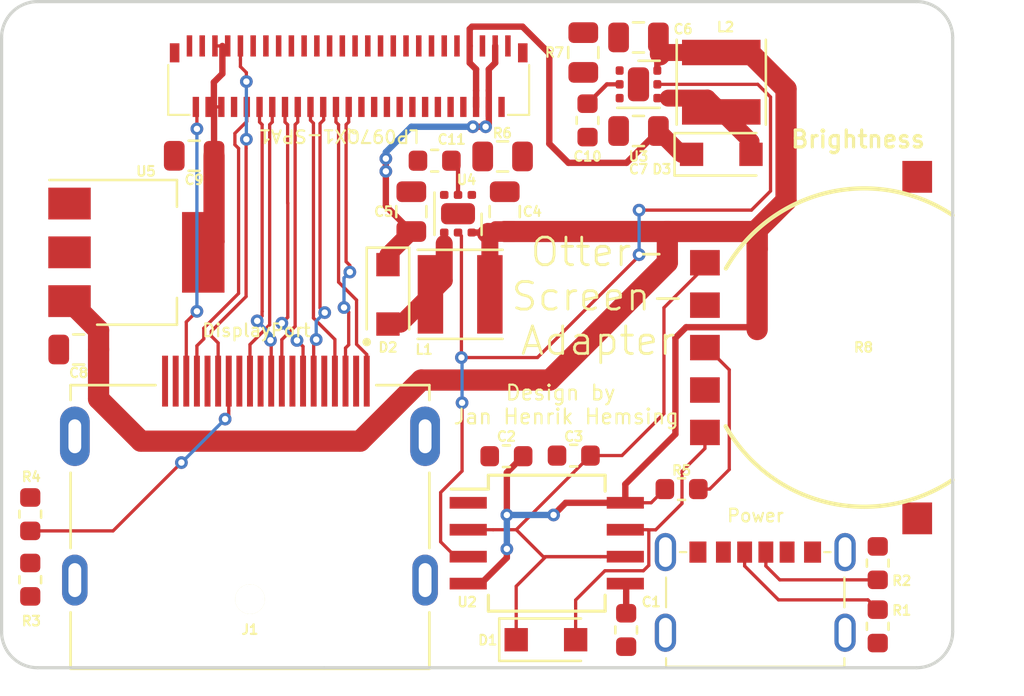
<source format=kicad_pcb>

(kicad_pcb
  (version 20171130)
  (host pcbnew 5.1.4+dfsg1-1)
  (general
    (thickness 1.6)
    (drawings 17)
    (tracks 441)
    (zones 0)
    (modules 33)
    (nets 35))
  (page A4)
  (layers
    (0 F.Cu signal)
    (31 B.Cu signal)
    (32 B.Adhes user)
    (33 F.Adhes user)
    (34 B.Paste user)
    (35 F.Paste user)
    (36 B.SilkS user)
    (37 F.SilkS user)
    (38 B.Mask user)
    (39 F.Mask user)
    (40 Dwgs.User user)
    (41 Cmts.User user)
    (42 Eco1.User user)
    (43 Eco2.User user)
    (44 Edge.Cuts user)
    (45 Margin user)
    (46 B.CrtYd user)
    (47 F.CrtYd user)
    (48 B.Fab user hide)
    (49 F.Fab user hide))
  (setup
    (last_trace_width 0.2)
    (user_trace_width 0.154)
    (user_trace_width 0.3)
    (user_trace_width 0.5)
    (user_trace_width 0.8)
    (user_trace_width 1)
    (trace_clearance 0.154)
    (zone_clearance 0.2)
    (zone_45_only yes)
    (trace_min 0.154)
    (via_size 0.6)
    (via_drill 0.3)
    (via_min_size 0.4)
    (via_min_drill 0.3)
    (uvia_size 0.3)
    (uvia_drill 0.1)
    (uvias_allowed no)
    (uvia_min_size 0.2)
    (uvia_min_drill 0.1)
    (edge_width 0.15)
    (segment_width 0.2)
    (pcb_text_width 0.3)
    (pcb_text_size 1.5 1.5)
    (mod_edge_width 0.15)
    (mod_text_size 0.45 0.45)
    (mod_text_width 0.1)
    (pad_size 2.8 1.4)
    (pad_drill 1.6)
    (pad_to_mask_clearance 0.051)
    (solder_mask_min_width 0.25)
    (aux_axis_origin 0 0)
    (visible_elements FFFFFF7F)
    (pcbplotparams
      (layerselection 0x010fc_ffffffff)
      (usegerberextensions true)
      (usegerberattributes false)
      (usegerberadvancedattributes false)
      (creategerberjobfile false)
      (excludeedgelayer false)
      (linewidth 0.1)
      (plotframeref false)
      (viasonmask false)
      (mode 1)
      (useauxorigin true)
      (hpglpennumber 1)
      (hpglpenspeed 20)
      (hpglpendiameter 15.0)
      (psnegative false)
      (psa4output false)
      (plotreference true)
      (plotvalue true)
      (plotinvisibletext false)
      (padsonsilk false)
      (subtractmaskfromsilk false)
      (outputformat 1)
      (mirror false)
      (drillshape 0)
      (scaleselection 1)
      (outputdirectory "gerber/")))
  (net 0 "")
  (net 1 GND)
  (net 2 +3V3)
  (net 3 HPD)
  (net 4 "Net-(J1-Pad13)")
  (net 5 "Net-(J1-Pad14)")
  (net 6 "Net-(J2-Pad3)")
  (net 7 "Net-(J2-Pad4)")
  (net 8 +5V)
  (net 9 L3_P)
  (net 10 AUX_N)
  (net 11 L0_N)
  (net 12 L0_P)
  (net 13 L1_N)
  (net 14 L1_P)
  (net 15 L3_N)
  (net 16 L2_P)
  (net 17 L2_N)
  (net 18 AUX_P)
  (net 19 "Net-(C1-Pad1)")
  (net 20 "Net-(C3-Pad1)")
  (net 21 LEDA1)
  (net 22 LEDA2)
  (net 23 "Net-(D2-Pad2)")
  (net 24 "Net-(D3-Pad2)")
  (net 25 "Net-(R5-Pad2)")
  (net 26 LEDC1)
  (net 27 LEDC2)
  (net 28 "Net-(R8-Pad/2)")
  (net 29 "Net-(R8-Pad/1)")
  (net 30 PWM)
  (net 31 "Net-(D1-Pad2)")
  (net 32 "Net-(J1-Pad20)")
  (net 33 "Net-(C11-Pad1)")
  (net 34 "Net-(C10-Pad1)")
  (net_class Default "This is the default net class."
    (clearance 0.154)
    (trace_width 0.2)
    (via_dia 0.6)
    (via_drill 0.3)
    (uvia_dia 0.3)
    (uvia_drill 0.1)
    (diff_pair_width 0.154)
    (diff_pair_gap 0.2)
    (add_net +3V3)
    (add_net +5V)
    (add_net AUX_N)
    (add_net AUX_P)
    (add_net GND)
    (add_net HPD)
    (add_net L0_N)
    (add_net L0_P)
    (add_net L1_N)
    (add_net L1_P)
    (add_net L2_N)
    (add_net L2_P)
    (add_net L3_N)
    (add_net L3_P)
    (add_net LEDA1)
    (add_net LEDA2)
    (add_net LEDC1)
    (add_net LEDC2)
    (add_net "Net-(C1-Pad1)")
    (add_net "Net-(C10-Pad1)")
    (add_net "Net-(C11-Pad1)")
    (add_net "Net-(C3-Pad1)")
    (add_net "Net-(D1-Pad2)")
    (add_net "Net-(D2-Pad2)")
    (add_net "Net-(D3-Pad2)")
    (add_net "Net-(J1-Pad13)")
    (add_net "Net-(J1-Pad14)")
    (add_net "Net-(J1-Pad20)")
    (add_net "Net-(J2-Pad3)")
    (add_net "Net-(J2-Pad4)")
    (add_net "Net-(R5-Pad2)")
    (add_net "Net-(R8-Pad/1)")
    (add_net "Net-(R8-Pad/2)")
    (add_net PWM))
  (module Capacitor_SMD:C_0603_1608Metric
    (layer F.Cu)
    (tedit 5B301BBE)
    (tstamp 5D88DA5A)
    (at 148.6 119.8 270)
    (descr "Capacitor SMD 0603 (1608 Metric), square (rectangular) end terminal, IPC_7351 nominal, (Body size source: http://www.tortai-tech.com/upload/download/2011102023233369053.pdf), generated with kicad-footprint-generator")
    (tags capacitor)
    (path /5D73A7B8)
    (attr smd)
    (fp_text reference C10
      (at 1.7 0)
      (layer F.SilkS)
      (effects
        (font
          (size 0.45 0.45)
          (thickness 0.1))))
    (fp_text value 220nF
      (at 0 1.43 270)
      (layer F.Fab)
      (effects
        (font
          (size 1 1)
          (thickness 0.15))))
    (fp_text user %R
      (at 0 0 270)
      (layer F.Fab)
      (effects
        (font
          (size 0.4 0.4)
          (thickness 0.06))))
    (fp_line
      (start 1.48 0.73)
      (end -1.48 0.73)
      (layer F.CrtYd)
      (width 0.05))
    (fp_line
      (start 1.48 -0.73)
      (end 1.48 0.73)
      (layer F.CrtYd)
      (width 0.05))
    (fp_line
      (start -1.48 -0.73)
      (end 1.48 -0.73)
      (layer F.CrtYd)
      (width 0.05))
    (fp_line
      (start -1.48 0.73)
      (end -1.48 -0.73)
      (layer F.CrtYd)
      (width 0.05))
    (fp_line
      (start -0.162779 0.51)
      (end 0.162779 0.51)
      (layer F.SilkS)
      (width 0.12))
    (fp_line
      (start -0.162779 -0.51)
      (end 0.162779 -0.51)
      (layer F.SilkS)
      (width 0.12))
    (fp_line
      (start 0.8 0.4)
      (end -0.8 0.4)
      (layer F.Fab)
      (width 0.1))
    (fp_line
      (start 0.8 -0.4)
      (end 0.8 0.4)
      (layer F.Fab)
      (width 0.1))
    (fp_line
      (start -0.8 -0.4)
      (end 0.8 -0.4)
      (layer F.Fab)
      (width 0.1))
    (fp_line
      (start -0.8 0.4)
      (end -0.8 -0.4)
      (layer F.Fab)
      (width 0.1))
    (pad 2 smd roundrect
      (at 0.7875 0 270)
      (size 0.875 0.95)
      (layers F.Cu F.Paste F.Mask)
      (roundrect_rratio 0.25))
    (pad 1 smd roundrect
      (at -0.7875 0 270)
      (size 0.875 0.95)
      (layers F.Cu F.Paste F.Mask)
      (roundrect_rratio 0.25)
      (net 34 "Net-(C10-Pad1)"))
    (model ${KISYS3DMOD}/Capacitor_SMD.3dshapes/C_0603_1608Metric.wrl
      (at
        (xyz 0 0 0))
      (scale
        (xyz 1 1 1))
      (rotate
        (xyz 0 0 0))))
  (module Capacitor_SMD:C_0603_1608Metric
    (layer F.Cu)
    (tedit 5B301BBE)
    (tstamp 5D88DA49)
    (at 141.4 121.7 180)
    (descr "Capacitor SMD 0603 (1608 Metric), square (rectangular) end terminal, IPC_7351 nominal, (Body size source: http://www.tortai-tech.com/upload/download/2011102023233369053.pdf), generated with kicad-footprint-generator")
    (tags capacitor)
    (path /5D734BD2)
    (attr smd)
    (fp_text reference C11
      (at -0.8 1 180)
      (layer F.SilkS)
      (effects
        (font
          (size 0.45 0.45)
          (thickness 0.1))))
    (fp_text value 220nF
      (at 0 1.43 180)
      (layer F.Fab)
      (effects
        (font
          (size 1 1)
          (thickness 0.15))))
    (fp_text user %R
      (at 0 0 180)
      (layer F.Fab)
      (effects
        (font
          (size 0.4 0.4)
          (thickness 0.06))))
    (fp_line
      (start -0.8 0.4)
      (end -0.8 -0.4)
      (layer F.Fab)
      (width 0.1))
    (fp_line
      (start -0.8 -0.4)
      (end 0.8 -0.4)
      (layer F.Fab)
      (width 0.1))
    (fp_line
      (start 0.8 -0.4)
      (end 0.8 0.4)
      (layer F.Fab)
      (width 0.1))
    (fp_line
      (start 0.8 0.4)
      (end -0.8 0.4)
      (layer F.Fab)
      (width 0.1))
    (fp_line
      (start -0.162779 -0.51)
      (end 0.162779 -0.51)
      (layer F.SilkS)
      (width 0.12))
    (fp_line
      (start -0.162779 0.51)
      (end 0.162779 0.51)
      (layer F.SilkS)
      (width 0.12))
    (fp_line
      (start -1.48 0.73)
      (end -1.48 -0.73)
      (layer F.CrtYd)
      (width 0.05))
    (fp_line
      (start -1.48 -0.73)
      (end 1.48 -0.73)
      (layer F.CrtYd)
      (width 0.05))
    (fp_line
      (start 1.48 -0.73)
      (end 1.48 0.73)
      (layer F.CrtYd)
      (width 0.05))
    (fp_line
      (start 1.48 0.73)
      (end -1.48 0.73)
      (layer F.CrtYd)
      (width 0.05))
    (pad 1 smd roundrect
      (at -0.7875 0 180)
      (size 0.875 0.95)
      (layers F.Cu F.Paste F.Mask)
      (roundrect_rratio 0.25)
      (net 33 "Net-(C11-Pad1)"))
    (pad 2 smd roundrect
      (at 0.7875 0 180)
      (size 0.875 0.95)
      (layers F.Cu F.Paste F.Mask)
      (roundrect_rratio 0.25))
    (model ${KISYS3DMOD}/Capacitor_SMD.3dshapes/C_0603_1608Metric.wrl
      (at
        (xyz 0 0 0))
      (scale
        (xyz 1 1 1))
      (rotate
        (xyz 0 0 0))))
  (module Package_SON:WSON-6-1EP_2x2mm_P0.65mm_EP1x1.6mm
    (layer F.Cu)
    (tedit 5C31F72E)
    (tstamp 5D88D865)
    (at 151 118.1)
    (descr "WSON, 6 Pin (http://www.ti.com/lit/ds/symlink/tps61040.pdf#page=35), generated with kicad-footprint-generator ipc_noLead_generator.py")
    (tags "WSON NoLead")
    (path /5D73A79E)
    (attr smd)
    (fp_text reference U3
      (at 0 3.4)
      (layer F.SilkS)
      (effects
        (font
          (size 0.45 0.45)
          (thickness 0.1))))
    (fp_text value TPS61160A
      (at 0 1.95)
      (layer F.Fab)
      (effects
        (font
          (size 1 1)
          (thickness 0.15))))
    (fp_text user %R
      (at 0 0)
      (layer F.Fab)
      (effects
        (font
          (size 0.5 0.5)
          (thickness 0.08))))
    (fp_line
      (start 1.32 -1.25)
      (end -1.32 -1.25)
      (layer F.CrtYd)
      (width 0.05))
    (fp_line
      (start 1.32 1.25)
      (end 1.32 -1.25)
      (layer F.CrtYd)
      (width 0.05))
    (fp_line
      (start -1.32 1.25)
      (end 1.32 1.25)
      (layer F.CrtYd)
      (width 0.05))
    (fp_line
      (start -1.32 -1.25)
      (end -1.32 1.25)
      (layer F.CrtYd)
      (width 0.05))
    (fp_line
      (start -1 -0.5)
      (end -0.5 -1)
      (layer F.Fab)
      (width 0.1))
    (fp_line
      (start -1 1)
      (end -1 -0.5)
      (layer F.Fab)
      (width 0.1))
    (fp_line
      (start 1 1)
      (end -1 1)
      (layer F.Fab)
      (width 0.1))
    (fp_line
      (start 1 -1)
      (end 1 1)
      (layer F.Fab)
      (width 0.1))
    (fp_line
      (start -0.5 -1)
      (end 1 -1)
      (layer F.Fab)
      (width 0.1))
    (fp_line
      (start -1 1.11)
      (end 1 1.11)
      (layer F.SilkS)
      (width 0.12))
    (fp_line
      (start 0 -1.11)
      (end 1 -1.11)
      (layer F.SilkS)
      (width 0.12))
    (pad 6 smd roundrect
      (at 0.8875 -0.65)
      (size 0.375 0.4)
      (layers F.Cu F.Paste F.Mask)
      (roundrect_rratio 0.25)
      (net 8 +5V))
    (pad 5 smd roundrect
      (at 0.8875 0)
      (size 0.375 0.4)
      (layers F.Cu F.Paste F.Mask)
      (roundrect_rratio 0.25)
      (net 30 PWM))
    (pad 4 smd roundrect
      (at 0.8875 0.65)
      (size 0.375 0.4)
      (layers F.Cu F.Paste F.Mask)
      (roundrect_rratio 0.25)
      (net 24 "Net-(D3-Pad2)"))
    (pad 3 smd roundrect
      (at -0.8875 0.65)
      (size 0.375 0.4)
      (layers F.Cu F.Paste F.Mask)
      (roundrect_rratio 0.25))
    (pad 2 smd roundrect
      (at -0.8875 0)
      (size 0.375 0.4)
      (layers F.Cu F.Paste F.Mask)
      (roundrect_rratio 0.25)
      (net 34 "Net-(C10-Pad1)"))
    (pad 1 smd roundrect
      (at -0.8875 -0.65)
      (size 0.375 0.4)
      (layers F.Cu F.Paste F.Mask)
      (roundrect_rratio 0.25))
    (pad "" smd roundrect
      (at 0 0.4)
      (size 0.81 0.64)
      (layers F.Paste)
      (roundrect_rratio 0.25))
    (pad "" smd roundrect
      (at 0 -0.4)
      (size 0.81 0.64)
      (layers F.Paste)
      (roundrect_rratio 0.25))
    (pad 7 smd roundrect
      (at 0 0)
      (size 1 1.6)
      (layers F.Cu F.Mask)
      (roundrect_rratio 0.25))
    (model ${KISYS3DMOD}/Package_SON.3dshapes/WSON-6-1EP_2x2mm_P0.65mm_EP1x1.6mm.wrl
      (at
        (xyz 0 0 0))
      (scale
        (xyz 1 1 1))
      (rotate
        (xyz 0 0 0))))
  (module Package_SON:WSON-6-1EP_2x2mm_P0.65mm_EP1x1.6mm
    (layer F.Cu)
    (tedit 5C31F72E)
    (tstamp 5D88D84D)
    (at 142.5 124.2 270)
    (descr "WSON, 6 Pin (http://www.ti.com/lit/ds/symlink/tps61040.pdf#page=35), generated with kicad-footprint-generator ipc_noLead_generator.py")
    (tags "WSON NoLead")
    (path /5D724657)
    (attr smd)
    (fp_text reference U4
      (at -1.6 -0.4)
      (layer F.SilkS)
      (effects
        (font
          (size 0.45 0.45)
          (thickness 0.1))))
    (fp_text value TPS61160A
      (at 0 1.95 270)
      (layer F.Fab)
      (effects
        (font
          (size 1 1)
          (thickness 0.15))))
    (fp_text user %R
      (at 0 0 270)
      (layer F.Fab)
      (effects
        (font
          (size 0.5 0.5)
          (thickness 0.08))))
    (fp_line
      (start 0 -1.11)
      (end 1 -1.11)
      (layer F.SilkS)
      (width 0.12))
    (fp_line
      (start -1 1.11)
      (end 1 1.11)
      (layer F.SilkS)
      (width 0.12))
    (fp_line
      (start -0.5 -1)
      (end 1 -1)
      (layer F.Fab)
      (width 0.1))
    (fp_line
      (start 1 -1)
      (end 1 1)
      (layer F.Fab)
      (width 0.1))
    (fp_line
      (start 1 1)
      (end -1 1)
      (layer F.Fab)
      (width 0.1))
    (fp_line
      (start -1 1)
      (end -1 -0.5)
      (layer F.Fab)
      (width 0.1))
    (fp_line
      (start -1 -0.5)
      (end -0.5 -1)
      (layer F.Fab)
      (width 0.1))
    (fp_line
      (start -1.32 -1.25)
      (end -1.32 1.25)
      (layer F.CrtYd)
      (width 0.05))
    (fp_line
      (start -1.32 1.25)
      (end 1.32 1.25)
      (layer F.CrtYd)
      (width 0.05))
    (fp_line
      (start 1.32 1.25)
      (end 1.32 -1.25)
      (layer F.CrtYd)
      (width 0.05))
    (fp_line
      (start 1.32 -1.25)
      (end -1.32 -1.25)
      (layer F.CrtYd)
      (width 0.05))
    (pad 7 smd roundrect
      (at 0 0 270)
      (size 1 1.6)
      (layers F.Cu F.Mask)
      (roundrect_rratio 0.25))
    (pad "" smd roundrect
      (at 0 -0.4 270)
      (size 0.81 0.64)
      (layers F.Paste)
      (roundrect_rratio 0.25))
    (pad "" smd roundrect
      (at 0 0.4 270)
      (size 0.81 0.64)
      (layers F.Paste)
      (roundrect_rratio 0.25))
    (pad 1 smd roundrect
      (at -0.8875 -0.65 270)
      (size 0.375 0.4)
      (layers F.Cu F.Paste F.Mask)
      (roundrect_rratio 0.25))
    (pad 2 smd roundrect
      (at -0.8875 0 270)
      (size 0.375 0.4)
      (layers F.Cu F.Paste F.Mask)
      (roundrect_rratio 0.25)
      (net 33 "Net-(C11-Pad1)"))
    (pad 3 smd roundrect
      (at -0.8875 0.65 270)
      (size 0.375 0.4)
      (layers F.Cu F.Paste F.Mask)
      (roundrect_rratio 0.25))
    (pad 4 smd roundrect
      (at 0.8875 0.65 270)
      (size 0.375 0.4)
      (layers F.Cu F.Paste F.Mask)
      (roundrect_rratio 0.25)
      (net 23 "Net-(D2-Pad2)"))
    (pad 5 smd roundrect
      (at 0.8875 0 270)
      (size 0.375 0.4)
      (layers F.Cu F.Paste F.Mask)
      (roundrect_rratio 0.25)
      (net 30 PWM))
    (pad 6 smd roundrect
      (at 0.8875 -0.65 270)
      (size 0.375 0.4)
      (layers F.Cu F.Paste F.Mask)
      (roundrect_rratio 0.25)
      (net 8 +5V))
    (model ${KISYS3DMOD}/Package_SON.3dshapes/WSON-6-1EP_2x2mm_P0.65mm_EP1x1.6mm.wrl
      (at
        (xyz 0 0 0))
      (scale
        (xyz 1 1 1))
      (rotate
        (xyz 0 0 0))))
  (module MountingHole:MountingHole_3.2mm_M3
    (layer F.Cu)
    (tedit 5D6EFAA4)
    (tstamp 5D7C7C21)
    (at 161.8 118)
    (descr "Mounting Hole 3.2mm, no annular, M3")
    (tags "mounting hole 3.2mm no annular m3")
    (path /5D720F3F)
    (attr virtual)
    (fp_text reference H2
      (at 0 -4.2)
      (layer F.SilkS) hide
      (effects
        (font
          (size 0.45 0.45)
          (thickness 0.1))))
    (fp_text value MountingHole_Pad
      (at 0 4.2)
      (layer F.Fab)
      (effects
        (font
          (size 1 1)
          (thickness 0.15))))
    (fp_text user %R
      (at 0.3 0)
      (layer F.Fab)
      (effects
        (font
          (size 1 1)
          (thickness 0.15))))
    (fp_circle
      (center 0 0)
      (end 3.45 0)
      (layer F.CrtYd)
      (width 0.05))
    (fp_circle
      (center 0 0)
      (end 3.2 0)
      (layer Cmts.User)
      (width 0.15))
    (pad 1 np_thru_hole circle
      (at 0 0)
      (size 3.2 3.2)
      (drill 3.2)
      (layers *.Cu *.Mask)))
  (module MountingHole:MountingHole_3.2mm_M3
    (layer F.Cu)
    (tedit 5D6EFA9F)
    (tstamp 5D7C7C19)
    (at 124.95 118)
    (descr "Mounting Hole 3.2mm, no annular, M3")
    (tags "mounting hole 3.2mm no annular m3")
    (path /5D720B4F)
    (attr virtual)
    (fp_text reference H1
      (at 0 -4.2)
      (layer F.SilkS) hide
      (effects
        (font
          (size 0.45 0.45)
          (thickness 0.1))))
    (fp_text value MountingHole_Pad
      (at 0 4.2)
      (layer F.Fab)
      (effects
        (font
          (size 1 1)
          (thickness 0.15))))
    (fp_text user %R
      (at 0.3 0)
      (layer F.Fab)
      (effects
        (font
          (size 1 1)
          (thickness 0.15))))
    (fp_circle
      (center 0 0)
      (end 3.2 0)
      (layer Cmts.User)
      (width 0.15))
    (fp_circle
      (center 0 0)
      (end 3.45 0)
      (layer F.CrtYd)
      (width 0.05))
    (pad 1 np_thru_hole circle
      (at 0 0)
      (size 3.2 3.2)
      (drill 3.2)
      (layers *.Cu *.Mask)))
  (module Capacitor_SMD:C_0805_2012Metric
    (layer F.Cu)
    (tedit 5B36C52B)
    (tstamp 5D7C6E93)
    (at 124.63 130.6 180)
    (descr "Capacitor SMD 0805 (2012 Metric), square (rectangular) end terminal, IPC_7351 nominal, (Body size source: https://docs.google.com/spreadsheets/d/1BsfQQcO9C6DZCsRaXUlFlo91Tg2WpOkGARC1WS5S8t0/edit?usp=sharing), generated with kicad-footprint-generator")
    (tags capacitor)
    (path /5D7186FB)
    (attr smd)
    (fp_text reference C8
      (at 0 -1.1 180)
      (layer F.SilkS)
      (effects
        (font
          (size 0.45 0.45)
          (thickness 0.1))))
    (fp_text value 0.47uF
      (at 0 1.65 180)
      (layer F.Fab)
      (effects
        (font
          (size 1 1)
          (thickness 0.15))))
    (fp_text user %R
      (at 0 0 180)
      (layer F.Fab)
      (effects
        (font
          (size 0.5 0.5)
          (thickness 0.08))))
    (fp_line
      (start 1.68 0.95)
      (end -1.68 0.95)
      (layer F.CrtYd)
      (width 0.05))
    (fp_line
      (start 1.68 -0.95)
      (end 1.68 0.95)
      (layer F.CrtYd)
      (width 0.05))
    (fp_line
      (start -1.68 -0.95)
      (end 1.68 -0.95)
      (layer F.CrtYd)
      (width 0.05))
    (fp_line
      (start -1.68 0.95)
      (end -1.68 -0.95)
      (layer F.CrtYd)
      (width 0.05))
    (fp_line
      (start -0.258578 0.71)
      (end 0.258578 0.71)
      (layer F.SilkS)
      (width 0.12))
    (fp_line
      (start -0.258578 -0.71)
      (end 0.258578 -0.71)
      (layer F.SilkS)
      (width 0.12))
    (fp_line
      (start 1 0.6)
      (end -1 0.6)
      (layer F.Fab)
      (width 0.1))
    (fp_line
      (start 1 -0.6)
      (end 1 0.6)
      (layer F.Fab)
      (width 0.1))
    (fp_line
      (start -1 -0.6)
      (end 1 -0.6)
      (layer F.Fab)
      (width 0.1))
    (fp_line
      (start -1 0.6)
      (end -1 -0.6)
      (layer F.Fab)
      (width 0.1))
    (pad 2 smd roundrect
      (at 0.9375 0 180)
      (size 0.975 1.4)
      (layers F.Cu F.Paste F.Mask)
      (roundrect_rratio 0.25))
    (pad 1 smd roundrect
      (at -0.9375 0 180)
      (size 0.975 1.4)
      (layers F.Cu F.Paste F.Mask)
      (roundrect_rratio 0.25)
      (net 8 +5V))
    (model ${KISYS3DMOD}/Capacitor_SMD.3dshapes/C_0805_2012Metric.wrl
      (at
        (xyz 0 0 0))
      (scale
        (xyz 1 1 1))
      (rotate
        (xyz 0 0 0))))
  (module Capacitor_SMD:C_0805_2012Metric
    (layer F.Cu)
    (tedit 5B36C52B)
    (tstamp 5D7C6E82)
    (at 130.07 121.47 180)
    (descr "Capacitor SMD 0805 (2012 Metric), square (rectangular) end terminal, IPC_7351 nominal, (Body size source: https://docs.google.com/spreadsheets/d/1BsfQQcO9C6DZCsRaXUlFlo91Tg2WpOkGARC1WS5S8t0/edit?usp=sharing), generated with kicad-footprint-generator")
    (tags capacitor)
    (path /5D717AED)
    (attr smd)
    (fp_text reference C9
      (at 0 -1.13 180)
      (layer F.SilkS)
      (effects
        (font
          (size 0.45 0.45)
          (thickness 0.1))))
    (fp_text value 0.47uF
      (at 0 1.65 180)
      (layer F.Fab)
      (effects
        (font
          (size 1 1)
          (thickness 0.15))))
    (fp_text user %R
      (at 0 0 180)
      (layer F.Fab)
      (effects
        (font
          (size 0.5 0.5)
          (thickness 0.08))))
    (fp_line
      (start -1 0.6)
      (end -1 -0.6)
      (layer F.Fab)
      (width 0.1))
    (fp_line
      (start -1 -0.6)
      (end 1 -0.6)
      (layer F.Fab)
      (width 0.1))
    (fp_line
      (start 1 -0.6)
      (end 1 0.6)
      (layer F.Fab)
      (width 0.1))
    (fp_line
      (start 1 0.6)
      (end -1 0.6)
      (layer F.Fab)
      (width 0.1))
    (fp_line
      (start -0.258578 -0.71)
      (end 0.258578 -0.71)
      (layer F.SilkS)
      (width 0.12))
    (fp_line
      (start -0.258578 0.71)
      (end 0.258578 0.71)
      (layer F.SilkS)
      (width 0.12))
    (fp_line
      (start -1.68 0.95)
      (end -1.68 -0.95)
      (layer F.CrtYd)
      (width 0.05))
    (fp_line
      (start -1.68 -0.95)
      (end 1.68 -0.95)
      (layer F.CrtYd)
      (width 0.05))
    (fp_line
      (start 1.68 -0.95)
      (end 1.68 0.95)
      (layer F.CrtYd)
      (width 0.05))
    (fp_line
      (start 1.68 0.95)
      (end -1.68 0.95)
      (layer F.CrtYd)
      (width 0.05))
    (pad 1 smd roundrect
      (at -0.9375 0 180)
      (size 0.975 1.4)
      (layers F.Cu F.Paste F.Mask)
      (roundrect_rratio 0.25)
      (net 2 +3V3))
    (pad 2 smd roundrect
      (at 0.9375 0 180)
      (size 0.975 1.4)
      (layers F.Cu F.Paste F.Mask)
      (roundrect_rratio 0.25))
    (model ${KISYS3DMOD}/Capacitor_SMD.3dshapes/C_0805_2012Metric.wrl
      (at
        (xyz 0 0 0))
      (scale
        (xyz 1 1 1))
      (rotate
        (xyz 0 0 0))))
  (module Package_TO_SOT_SMD:SOT-223-3_TabPin2
    (layer F.Cu)
    (tedit 5A02FF57)
    (tstamp 5D7C6D69)
    (at 127.35 126.02)
    (descr "module CMS SOT223 4 pins")
    (tags "CMS SOT")
    (path /5D7112FE)
    (attr smd)
    (fp_text reference U5
      (at 0.45 -3.82)
      (layer F.SilkS)
      (effects
        (font
          (size 0.45 0.45)
          (thickness 0.1))))
    (fp_text value AMS1117-3.3
      (at 0 4.5)
      (layer F.Fab)
      (effects
        (font
          (size 1 1)
          (thickness 0.15))))
    (fp_text user %R
      (at 0 0 90)
      (layer F.Fab)
      (effects
        (font
          (size 0.8 0.8)
          (thickness 0.12))))
    (fp_line
      (start 1.91 3.41)
      (end 1.91 2.15)
      (layer F.SilkS)
      (width 0.12))
    (fp_line
      (start 1.91 -3.41)
      (end 1.91 -2.15)
      (layer F.SilkS)
      (width 0.12))
    (fp_line
      (start 4.4 -3.6)
      (end -4.4 -3.6)
      (layer F.CrtYd)
      (width 0.05))
    (fp_line
      (start 4.4 3.6)
      (end 4.4 -3.6)
      (layer F.CrtYd)
      (width 0.05))
    (fp_line
      (start -4.4 3.6)
      (end 4.4 3.6)
      (layer F.CrtYd)
      (width 0.05))
    (fp_line
      (start -4.4 -3.6)
      (end -4.4 3.6)
      (layer F.CrtYd)
      (width 0.05))
    (fp_line
      (start -1.85 -2.35)
      (end -0.85 -3.35)
      (layer F.Fab)
      (width 0.1))
    (fp_line
      (start -1.85 -2.35)
      (end -1.85 3.35)
      (layer F.Fab)
      (width 0.1))
    (fp_line
      (start -1.85 3.41)
      (end 1.91 3.41)
      (layer F.SilkS)
      (width 0.12))
    (fp_line
      (start -0.85 -3.35)
      (end 1.85 -3.35)
      (layer F.Fab)
      (width 0.1))
    (fp_line
      (start -4.1 -3.41)
      (end 1.91 -3.41)
      (layer F.SilkS)
      (width 0.12))
    (fp_line
      (start -1.85 3.35)
      (end 1.85 3.35)
      (layer F.Fab)
      (width 0.1))
    (fp_line
      (start 1.85 -3.35)
      (end 1.85 3.35)
      (layer F.Fab)
      (width 0.1))
    (pad 2 smd rect
      (at 3.15 0)
      (size 2 3.8)
      (layers F.Cu F.Paste F.Mask)
      (net 2 +3V3))
    (pad 2 smd rect
      (at -3.15 0)
      (size 2 1.5)
      (layers F.Cu F.Paste F.Mask))
    (pad 3 smd rect
      (at -3.15 2.3)
      (size 2 1.5)
      (layers F.Cu F.Paste F.Mask)
      (net 8 +5V))
    (pad 1 smd rect
      (at -3.15 -2.3)
      (size 2 1.5)
      (layers F.Cu F.Paste F.Mask))
    (model ${KISYS3DMOD}/Package_TO_SOT_SMD.3dshapes/SOT-223.wrl
      (at
        (xyz 0 0 0))
      (scale
        (xyz 1 1 1))
      (rotate
        (xyz 0 0 0))))
  (module 47272-0001:MOLEX_47272-0001
    (layer F.Cu)
    (tedit 5D34FFAF)
    (tstamp 5D319240)
    (at 132.7 145.65)
    (path /5D31A0E0)
    (attr smd)
    (fp_text reference J1
      (at 0 -1.85)
      (layer F.SilkS)
      (effects
        (font
          (size 0.45 0.45)
          (thickness 0.1))))
    (fp_text value 47272-0001
      (at -6.025 2.07)
      (layer F.SilkS) hide
      (effects
        (font
          (size 1 1)
          (thickness 0.05))))
    (fp_line
      (start -8.45 1.02)
      (end -8.45 -13.37)
      (layer Eco2.User)
      (width 0.127))
    (fp_line
      (start -8.45 -13.37)
      (end 8.45 -13.37)
      (layer Eco2.User)
      (width 0.127))
    (fp_line
      (start 8.45 -13.37)
      (end 8.45 1.02)
      (layer Eco2.User)
      (width 0.127))
    (fp_line
      (start 8.45 1.02)
      (end -8.45 1.02)
      (layer Eco2.User)
      (width 0.127))
    (fp_line
      (start 15.5 0)
      (end -10 0)
      (layer Eco2.User)
      (width 0.127))
    (fp_line
      (start -4.45 -13.37)
      (end -8.45 -13.37)
      (layer F.SilkS)
      (width 0.127))
    (fp_line
      (start -8.45 -13.37)
      (end -8.45 -12.67)
      (layer F.SilkS)
      (width 0.127))
    (fp_line
      (start -8.45 -9.24)
      (end -8.45 -5.69)
      (layer F.SilkS)
      (width 0.127))
    (fp_line
      (start -8.45 -2.66)
      (end -8.45 0)
      (layer F.SilkS)
      (width 0.127))
    (fp_line
      (start 8.45 -2.66)
      (end 8.45 0)
      (layer F.SilkS)
      (width 0.127))
    (fp_line
      (start 8.45 -9.24)
      (end 8.45 -5.69)
      (layer F.SilkS)
      (width 0.127))
    (fp_line
      (start 8.45 -13.37)
      (end 8.45 -12.67)
      (layer F.SilkS)
      (width 0.127))
    (fp_line
      (start 8.45 -13.37)
      (end 5.95 -13.37)
      (layer F.SilkS)
      (width 0.127))
    (fp_line
      (start -9.2 1.27)
      (end -9.2 -15.01)
      (layer Eco1.User)
      (width 0.05))
    (fp_line
      (start -9.2 -15.01)
      (end 9.2 -15.01)
      (layer Eco1.User)
      (width 0.05))
    (fp_line
      (start 9.2 -15.01)
      (end 9.2 1.27)
      (layer Eco1.User)
      (width 0.05))
    (fp_line
      (start 9.2 1.27)
      (end -9.2 1.27)
      (layer Eco1.User)
      (width 0.05))
    (fp_line
      (start -8.45 0)
      (end 8.45 0)
      (layer F.SilkS)
      (width 0.127))
    (fp_circle
      (center 5.5 -15.4)
      (end 5.6 -15.4)
      (layer F.SilkS)
      (width 0.2))
    (fp_circle
      (center 5.5 -15.4)
      (end 5.6 -15.4)
      (layer Eco2.User)
      (width 0.2))
    (pad 1 smd rect
      (at 5.5 -13.56 90)
      (size 2.4 0.28)
      (layers F.Cu F.Paste F.Mask)
      (net 15 L3_N))
    (pad S1 thru_hole oval
      (at -8.25 -10.96 90)
      (size 2.8 1.4)
      (drill oval 1.6 0.6)
      (layers *.Cu *.Mask))
    (pad S3 thru_hole oval
      (at -8.25 -4.18 90)
      (size 2.4 1.2)
      (drill oval 1.6 0.6)
      (layers *.Cu *.Mask))
    (pad Hole np_thru_hole circle
      (at 0 -3.28)
      (size 1.4 1.4)
      (drill 1.4)
      (layers *.Cu *.Mask F.SilkS))
    (pad S2 thru_hole oval
      (at 8.25 -10.96 90)
      (size 2.8 1.4)
      (drill oval 1.6 0.6)
      (layers *.Cu *.Mask))
    (pad S4 thru_hole oval
      (at 8.25 -4.18 90)
      (size 2.4 1.2)
      (drill oval 1.6 0.6)
      (layers *.Cu *.Mask))
    (pad 2 smd rect
      (at 5 -13.56 90)
      (size 2.4 0.28)
      (layers F.Cu F.Paste F.Mask))
    (pad 3 smd rect
      (at 4.5 -13.56 90)
      (size 2.4 0.28)
      (layers F.Cu F.Paste F.Mask)
      (net 9 L3_P))
    (pad 4 smd rect
      (at 4 -13.56 90)
      (size 2.4 0.28)
      (layers F.Cu F.Paste F.Mask)
      (net 17 L2_N))
    (pad 5 smd rect
      (at 3.5 -13.56 90)
      (size 2.4 0.28)
      (layers F.Cu F.Paste F.Mask))
    (pad 6 smd rect
      (at 3 -13.56 90)
      (size 2.4 0.28)
      (layers F.Cu F.Paste F.Mask)
      (net 16 L2_P))
    (pad 7 smd rect
      (at 2.5 -13.56 90)
      (size 2.4 0.28)
      (layers F.Cu F.Paste F.Mask)
      (net 13 L1_N))
    (pad 8 smd rect
      (at 2 -13.56 90)
      (size 2.4 0.28)
      (layers F.Cu F.Paste F.Mask))
    (pad 9 smd rect
      (at 1.5 -13.56 90)
      (size 2.4 0.28)
      (layers F.Cu F.Paste F.Mask)
      (net 14 L1_P))
    (pad 10 smd rect
      (at 1 -13.56 90)
      (size 2.4 0.28)
      (layers F.Cu F.Paste F.Mask)
      (net 11 L0_N))
    (pad 11 smd rect
      (at 0.5 -13.56 90)
      (size 2.4 0.28)
      (layers F.Cu F.Paste F.Mask))
    (pad 12 smd rect
      (at 0 -13.56 90)
      (size 2.4 0.28)
      (layers F.Cu F.Paste F.Mask)
      (net 12 L0_P))
    (pad 13 smd rect
      (at -0.5 -13.56 90)
      (size 2.4 0.28)
      (layers F.Cu F.Paste F.Mask))
    (pad 14 smd rect
      (at -1 -13.56 90)
      (size 2.4 0.28)
      (layers F.Cu F.Paste F.Mask)
      (net 5 "Net-(J1-Pad14)"))
    (pad 15 smd rect
      (at -1.5 -13.56 90)
      (size 2.4 0.28)
      (layers F.Cu F.Paste F.Mask)
      (net 18 AUX_P))
    (pad 16 smd rect
      (at -2 -13.56 90)
      (size 2.4 0.28)
      (layers F.Cu F.Paste F.Mask))
    (pad 17 smd rect
      (at -2.5 -13.56 90)
      (size 2.4 0.28)
      (layers F.Cu F.Paste F.Mask)
      (net 10 AUX_N))
    (pad 18 smd rect
      (at -3 -13.56 90)
      (size 2.4 0.28)
      (layers F.Cu F.Paste F.Mask)
      (net 3 HPD))
    (pad 19 smd rect
      (at -3.5 -13.56 90)
      (size 2.4 0.28)
      (layers F.Cu F.Paste F.Mask))
    (pad 20 smd rect
      (at -4 -13.56 90)
      (size 2.4 0.28)
      (layers F.Cu F.Paste F.Mask)))
  (module Package_SO:SO-8_5.3x6.2mm_P1.27mm
    (layer F.Cu)
    (tedit 5A02F2D3)
    (tstamp 5D3417DB)
    (at 146.68 139.73)
    (descr "8-Lead Plastic Small Outline, 5.3x6.2mm Body (http://www.ti.com.cn/cn/lit/ds/symlink/tl7705a.pdf)")
    (tags "SOIC 1.27")
    (path /5D31DA14)
    (attr smd)
    (fp_text reference U2
      (at -3.75 2.775 -180)
      (layer F.SilkS)
      (effects
        (font
          (size 0.45 0.45)
          (thickness 0.1))))
    (fp_text value NE555
      (at 0 4.13 -180)
      (layer F.Fab)
      (effects
        (font
          (size 1 1)
          (thickness 0.15))))
    (fp_text user %R
      (at 0 0 -180)
      (layer F.Fab)
      (effects
        (font
          (size 0.6 0.6)
          (thickness 0.1))))
    (fp_line
      (start -2.75 -2.55)
      (end -4.5 -2.55)
      (layer F.SilkS)
      (width 0.15))
    (fp_line
      (start -2.75 3.205)
      (end 2.75 3.205)
      (layer F.SilkS)
      (width 0.15))
    (fp_line
      (start -2.75 -3.205)
      (end 2.75 -3.205)
      (layer F.SilkS)
      (width 0.15))
    (fp_line
      (start -2.75 3.205)
      (end -2.75 2.455)
      (layer F.SilkS)
      (width 0.15))
    (fp_line
      (start 2.75 3.205)
      (end 2.75 2.455)
      (layer F.SilkS)
      (width 0.15))
    (fp_line
      (start 2.75 -3.205)
      (end 2.75 -2.455)
      (layer F.SilkS)
      (width 0.15))
    (fp_line
      (start -2.75 -3.205)
      (end -2.75 -2.55)
      (layer F.SilkS)
      (width 0.15))
    (fp_line
      (start -4.83 3.35)
      (end 4.83 3.35)
      (layer F.CrtYd)
      (width 0.05))
    (fp_line
      (start -4.83 -3.35)
      (end 4.83 -3.35)
      (layer F.CrtYd)
      (width 0.05))
    (fp_line
      (start 4.83 -3.35)
      (end 4.83 3.35)
      (layer F.CrtYd)
      (width 0.05))
    (fp_line
      (start -4.83 -3.35)
      (end -4.83 3.35)
      (layer F.CrtYd)
      (width 0.05))
    (fp_line
      (start -2.65 -2.1)
      (end -1.65 -3.1)
      (layer F.Fab)
      (width 0.15))
    (fp_line
      (start -2.65 3.1)
      (end -2.65 -2.1)
      (layer F.Fab)
      (width 0.15))
    (fp_line
      (start 2.65 3.1)
      (end -2.65 3.1)
      (layer F.Fab)
      (width 0.15))
    (fp_line
      (start 2.65 -3.1)
      (end 2.65 3.1)
      (layer F.Fab)
      (width 0.15))
    (fp_line
      (start -1.65 -3.1)
      (end 2.65 -3.1)
      (layer F.Fab)
      (width 0.15))
    (pad 8 smd rect
      (at 3.7 -1.905)
      (size 1.75 0.55)
      (layers F.Cu F.Paste F.Mask)
      (net 8 +5V))
    (pad 7 smd rect
      (at 3.7 -0.635)
      (size 1.75 0.55)
      (layers F.Cu F.Paste F.Mask)
      (net 31 "Net-(D1-Pad2)"))
    (pad 6 smd rect
      (at 3.7 0.635)
      (size 1.75 0.55)
      (layers F.Cu F.Paste F.Mask)
      (net 20 "Net-(C3-Pad1)"))
    (pad 5 smd rect
      (at 3.7 1.905)
      (size 1.75 0.55)
      (layers F.Cu F.Paste F.Mask)
      (net 19 "Net-(C1-Pad1)"))
    (pad 4 smd rect
      (at -3.7 1.905)
      (size 1.75 0.55)
      (layers F.Cu F.Paste F.Mask)
      (net 8 +5V))
    (pad 3 smd rect
      (at -3.7 0.635)
      (size 1.75 0.55)
      (layers F.Cu F.Paste F.Mask)
      (net 30 PWM))
    (pad 2 smd rect
      (at -3.7 -0.635)
      (size 1.75 0.55)
      (layers F.Cu F.Paste F.Mask)
      (net 20 "Net-(C3-Pad1)"))
    (pad 1 smd rect
      (at -3.7 -1.905)
      (size 1.75 0.55)
      (layers F.Cu F.Paste F.Mask))
    (model ${KISYS3DMOD}/Package_SO.3dshapes/SO-8_5.3x6.2mm_P1.27mm.wrl
      (at
        (xyz 0 0 0))
      (scale
        (xyz 1 1 1))
      (rotate
        (xyz 0 0 0))))
  (module otter:RK14J12R0A09
    (layer F.Cu)
    (tedit 5D33BD70)
    (tstamp 5D341746)
    (at 161.63 130.51 270)
    (path /5D33F8EA)
    (fp_text reference R8
      (at -0.01 0.03 180)
      (layer F.SilkS)
      (effects
        (font
          (size 0.45 0.45)
          (thickness 0.1))))
    (fp_text value RK14J12R0A09
      (at 0 -10 90)
      (layer F.Fab)
      (effects
        (font
          (size 1 1)
          (thickness 0.15))))
    (fp_circle
      (center 0 0)
      (end 7.5 0)
      (layer Eco1.User)
      (width 0.1))
    (pad "" np_thru_hole circle
      (at 6 0 270)
      (size 1 1)
      (drill 1)
      (layers *.Cu *.Mask))
    (pad "" np_thru_hole circle
      (at -6.8 0 270)
      (size 1 1)
      (drill 1)
      (layers *.Cu *.Mask))
    (pad MP smd rect
      (at -8.05 -2.5 270)
      (size 1.5 1.4)
      (layers F.Cu F.Paste F.Mask))
    (pad MP smd rect
      (at 8.05 -2.5 270)
      (size 1.5 1.4)
      (layers F.Cu F.Paste F.Mask))
    (pad 2 smd rect
      (at 4 7.5 270)
      (size 1.2 1.4)
      (layers F.Cu F.Paste F.Mask)
      (net 31 "Net-(D1-Pad2)"))
    (pad 1 smd rect
      (at -4 7.5 270)
      (size 1.2 1.4)
      (layers F.Cu F.Paste F.Mask)
      (net 20 "Net-(C3-Pad1)"))
    (pad /2 smd rect
      (at 2 7.5 270)
      (size 1.2 1.4)
      (layers F.Cu F.Paste F.Mask))
    (pad /1 smd rect
      (at -2 7.5 270)
      (size 1.2 1.4)
      (layers F.Cu F.Paste F.Mask))
    (pad 3 smd rect
      (at 0 7.5 270)
      (size 1.2 1.4)
      (layers F.Cu F.Paste F.Mask)
      (net 25 "Net-(R5-Pad2)")))
  (module Resistor_SMD:R_0805_2012Metric
    (layer F.Cu)
    (tedit 5B36C52B)
    (tstamp 5D341738)
    (at 148.4 116.6 90)
    (descr "Resistor SMD 0805 (2012 Metric), square (rectangular) end terminal, IPC_7351 nominal, (Body size source: https://docs.google.com/spreadsheets/d/1BsfQQcO9C6DZCsRaXUlFlo91Tg2WpOkGARC1WS5S8t0/edit?usp=sharing), generated with kicad-footprint-generator")
    (tags resistor)
    (path /5D73A781)
    (attr smd)
    (fp_text reference R7
      (at 0 -1.353932 180)
      (layer F.SilkS)
      (effects
        (font
          (size 0.45 0.45)
          (thickness 0.1))))
    (fp_text value 0.8
      (at 0 1.65 90)
      (layer F.Fab)
      (effects
        (font
          (size 1 1)
          (thickness 0.15))))
    (fp_text user %R
      (at 0 0 90)
      (layer F.Fab)
      (effects
        (font
          (size 0.6 0.6)
          (thickness 0.1))))
    (fp_line
      (start 1.68 0.95)
      (end -1.68 0.95)
      (layer F.CrtYd)
      (width 0.05))
    (fp_line
      (start 1.68 -0.95)
      (end 1.68 0.95)
      (layer F.CrtYd)
      (width 0.05))
    (fp_line
      (start -1.68 -0.95)
      (end 1.68 -0.95)
      (layer F.CrtYd)
      (width 0.05))
    (fp_line
      (start -1.68 0.95)
      (end -1.68 -0.95)
      (layer F.CrtYd)
      (width 0.05))
    (fp_line
      (start -0.258578 0.71)
      (end 0.258578 0.71)
      (layer F.SilkS)
      (width 0.12))
    (fp_line
      (start -0.258578 -0.71)
      (end 0.258578 -0.71)
      (layer F.SilkS)
      (width 0.12))
    (fp_line
      (start 1 0.6)
      (end -1 0.6)
      (layer F.Fab)
      (width 0.1))
    (fp_line
      (start 1 -0.6)
      (end 1 0.6)
      (layer F.Fab)
      (width 0.1))
    (fp_line
      (start -1 -0.6)
      (end 1 -0.6)
      (layer F.Fab)
      (width 0.1))
    (fp_line
      (start -1 0.6)
      (end -1 -0.6)
      (layer F.Fab)
      (width 0.1))
    (pad 2 smd roundrect
      (at 0.9375 0 90)
      (size 0.975 1.4)
      (layers F.Cu F.Paste F.Mask)
      (roundrect_rratio 0.25))
    (pad 1 smd roundrect
      (at -0.9375 0 90)
      (size 0.975 1.4)
      (layers F.Cu F.Paste F.Mask)
      (roundrect_rratio 0.25))
    (model ${KISYS3DMOD}/Resistor_SMD.3dshapes/R_0805_2012Metric.wrl
      (at
        (xyz 0 0 0))
      (scale
        (xyz 1 1 1))
      (rotate
        (xyz 0 0 0))))
  (module Resistor_SMD:R_0805_2012Metric
    (layer F.Cu)
    (tedit 5B36C52B)
    (tstamp 5D341727)
    (at 144.6 121.499999)
    (descr "Resistor SMD 0805 (2012 Metric), square (rectangular) end terminal, IPC_7351 nominal, (Body size source: https://docs.google.com/spreadsheets/d/1BsfQQcO9C6DZCsRaXUlFlo91Tg2WpOkGARC1WS5S8t0/edit?usp=sharing), generated with kicad-footprint-generator")
    (tags resistor)
    (path /5D33D0D8)
    (attr smd)
    (fp_text reference R6
      (at -0.012499 -1.099999 180)
      (layer F.SilkS)
      (effects
        (font
          (size 0.45 0.45)
          (thickness 0.1))))
    (fp_text value 0.8
      (at 0 1.65)
      (layer F.Fab)
      (effects
        (font
          (size 1 1)
          (thickness 0.15))))
    (fp_text user %R
      (at 0 0)
      (layer F.Fab)
      (effects
        (font
          (size 0.6 0.6)
          (thickness 0.1))))
    (fp_line
      (start 1.68 0.95)
      (end -1.68 0.95)
      (layer F.CrtYd)
      (width 0.05))
    (fp_line
      (start 1.68 -0.95)
      (end 1.68 0.95)
      (layer F.CrtYd)
      (width 0.05))
    (fp_line
      (start -1.68 -0.95)
      (end 1.68 -0.95)
      (layer F.CrtYd)
      (width 0.05))
    (fp_line
      (start -1.68 0.95)
      (end -1.68 -0.95)
      (layer F.CrtYd)
      (width 0.05))
    (fp_line
      (start -0.258578 0.71)
      (end 0.258578 0.71)
      (layer F.SilkS)
      (width 0.12))
    (fp_line
      (start -0.258578 -0.71)
      (end 0.258578 -0.71)
      (layer F.SilkS)
      (width 0.12))
    (fp_line
      (start 1 0.6)
      (end -1 0.6)
      (layer F.Fab)
      (width 0.1))
    (fp_line
      (start 1 -0.6)
      (end 1 0.6)
      (layer F.Fab)
      (width 0.1))
    (fp_line
      (start -1 -0.6)
      (end 1 -0.6)
      (layer F.Fab)
      (width 0.1))
    (fp_line
      (start -1 0.6)
      (end -1 -0.6)
      (layer F.Fab)
      (width 0.1))
    (pad 2 smd roundrect
      (at 0.9375 0)
      (size 0.975 1.4)
      (layers F.Cu F.Paste F.Mask)
      (roundrect_rratio 0.25))
    (pad 1 smd roundrect
      (at -0.9375 0)
      (size 0.975 1.4)
      (layers F.Cu F.Paste F.Mask)
      (roundrect_rratio 0.25))
    (model ${KISYS3DMOD}/Resistor_SMD.3dshapes/R_0805_2012Metric.wrl
      (at
        (xyz 0 0 0))
      (scale
        (xyz 1 1 1))
      (rotate
        (xyz 0 0 0))))
  (module Resistor_SMD:R_0603_1608Metric
    (layer F.Cu)
    (tedit 5B301BBD)
    (tstamp 5D89024D)
    (at 153.03 137.18)
    (descr "Resistor SMD 0603 (1608 Metric), square (rectangular) end terminal, IPC_7351 nominal, (Body size source: http://www.tortai-tech.com/upload/download/2011102023233369053.pdf), generated with kicad-footprint-generator")
    (tags resistor)
    (path /5D32398A)
    (attr smd)
    (fp_text reference R5
      (at 0 -0.88)
      (layer F.SilkS)
      (effects
        (font
          (size 0.45 0.45)
          (thickness 0.1))))
    (fp_text value 100
      (at 0 1.43)
      (layer F.Fab)
      (effects
        (font
          (size 1 1)
          (thickness 0.15))))
    (fp_text user %R
      (at 0 0)
      (layer F.Fab)
      (effects
        (font
          (size 0.6 0.6)
          (thickness 0.1))))
    (fp_line
      (start 1.48 0.73)
      (end -1.48 0.73)
      (layer F.CrtYd)
      (width 0.05))
    (fp_line
      (start 1.48 -0.73)
      (end 1.48 0.73)
      (layer F.CrtYd)
      (width 0.05))
    (fp_line
      (start -1.48 -0.73)
      (end 1.48 -0.73)
      (layer F.CrtYd)
      (width 0.05))
    (fp_line
      (start -1.48 0.73)
      (end -1.48 -0.73)
      (layer F.CrtYd)
      (width 0.05))
    (fp_line
      (start -0.162779 0.51)
      (end 0.162779 0.51)
      (layer F.SilkS)
      (width 0.12))
    (fp_line
      (start -0.162779 -0.51)
      (end 0.162779 -0.51)
      (layer F.SilkS)
      (width 0.12))
    (fp_line
      (start 0.8 0.4)
      (end -0.8 0.4)
      (layer F.Fab)
      (width 0.1))
    (fp_line
      (start 0.8 -0.4)
      (end 0.8 0.4)
      (layer F.Fab)
      (width 0.1))
    (fp_line
      (start -0.8 -0.4)
      (end 0.8 -0.4)
      (layer F.Fab)
      (width 0.1))
    (fp_line
      (start -0.8 0.4)
      (end -0.8 -0.4)
      (layer F.Fab)
      (width 0.1))
    (pad 2 smd roundrect
      (at 0.7875 0)
      (size 0.875 0.95)
      (layers F.Cu F.Paste F.Mask)
      (roundrect_rratio 0.25)
      (net 25 "Net-(R5-Pad2)"))
    (pad 1 smd roundrect
      (at -0.7875 0)
      (size 0.875 0.95)
      (layers F.Cu F.Paste F.Mask)
      (roundrect_rratio 0.25)
      (net 8 +5V))
    (model ${KISYS3DMOD}/Resistor_SMD.3dshapes/R_0603_1608Metric.wrl
      (at
        (xyz 0 0 0))
      (scale
        (xyz 1 1 1))
      (rotate
        (xyz 0 0 0))))
  (module Inductor_SMD:L_Taiyo-Yuden_MD-4040
    (layer F.Cu)
    (tedit 5990349C)
    (tstamp 5D341685)
    (at 154.9 118 270)
    (descr "Inductor, Taiyo Yuden, MD series, Taiyo-Yuden_MD-4040, 4.0mmx4.0mm")
    (tags "inductor taiyo-yuden md smd")
    (path /5D73A75F)
    (attr smd)
    (fp_text reference L2
      (at -2.6 -0.2)
      (layer F.SilkS)
      (effects
        (font
          (size 0.45 0.45)
          (thickness 0.1))))
    (fp_text value 22uH
      (at 0 3.5 270)
      (layer F.Fab)
      (effects
        (font
          (size 1 1)
          (thickness 0.15))))
    (fp_text user %R
      (at 0 0 270)
      (layer F.Fab)
      (effects
        (font
          (size 0.6 0.6)
          (thickness 0.1))))
    (fp_line
      (start 2.25 -2.25)
      (end -2.25 -2.25)
      (layer F.CrtYd)
      (width 0.05))
    (fp_line
      (start 2.25 2.25)
      (end 2.25 -2.25)
      (layer F.CrtYd)
      (width 0.05))
    (fp_line
      (start -2.25 2.25)
      (end 2.25 2.25)
      (layer F.CrtYd)
      (width 0.05))
    (fp_line
      (start -2.25 -2.25)
      (end -2.25 2.25)
      (layer F.CrtYd)
      (width 0.05))
    (fp_line
      (start -2 2.1)
      (end 2 2.1)
      (layer F.SilkS)
      (width 0.12))
    (fp_line
      (start -2 -2.1)
      (end 2 -2.1)
      (layer F.SilkS)
      (width 0.12))
    (fp_line
      (start 2 -2)
      (end -2 -2)
      (layer F.Fab)
      (width 0.1))
    (fp_line
      (start 2 2)
      (end 2 -2)
      (layer F.Fab)
      (width 0.1))
    (fp_line
      (start -2 2)
      (end 2 2)
      (layer F.Fab)
      (width 0.1))
    (fp_line
      (start -2 -2)
      (end -2 2)
      (layer F.Fab)
      (width 0.1))
    (pad 2 smd rect
      (at 1.4 0 270)
      (size 1.2 3.7)
      (layers F.Cu F.Paste F.Mask)
      (net 24 "Net-(D3-Pad2)"))
    (pad 1 smd rect
      (at -1.4 0 270)
      (size 1.2 3.7)
      (layers F.Cu F.Paste F.Mask)
      (net 8 +5V))
    (model ${KISYS3DMOD}/Inductor_SMD.3dshapes/L_Taiyo-Yuden_MD-4040.wrl
      (at
        (xyz 0 0 0))
      (scale
        (xyz 1 1 1))
      (rotate
        (xyz 0 0 0))))
  (module Inductor_SMD:L_Taiyo-Yuden_MD-4040
    (layer F.Cu)
    (tedit 5990349C)
    (tstamp 5D341674)
    (at 142.6 128 180)
    (descr "Inductor, Taiyo Yuden, MD series, Taiyo-Yuden_MD-4040, 4.0mmx4.0mm")
    (tags "inductor taiyo-yuden md smd")
    (path /5D338323)
    (attr smd)
    (fp_text reference L1
      (at 1.7 -2.6 180)
      (layer F.SilkS)
      (effects
        (font
          (size 0.45 0.45)
          (thickness 0.1))))
    (fp_text value 22uH
      (at 0 3.5 180)
      (layer F.Fab)
      (effects
        (font
          (size 1 1)
          (thickness 0.15))))
    (fp_text user %R
      (at 0 0 180)
      (layer F.Fab)
      (effects
        (font
          (size 0.6 0.6)
          (thickness 0.1))))
    (fp_line
      (start 2.25 -2.25)
      (end -2.25 -2.25)
      (layer F.CrtYd)
      (width 0.05))
    (fp_line
      (start 2.25 2.25)
      (end 2.25 -2.25)
      (layer F.CrtYd)
      (width 0.05))
    (fp_line
      (start -2.25 2.25)
      (end 2.25 2.25)
      (layer F.CrtYd)
      (width 0.05))
    (fp_line
      (start -2.25 -2.25)
      (end -2.25 2.25)
      (layer F.CrtYd)
      (width 0.05))
    (fp_line
      (start -2 2.1)
      (end 2 2.1)
      (layer F.SilkS)
      (width 0.12))
    (fp_line
      (start -2 -2.1)
      (end 2 -2.1)
      (layer F.SilkS)
      (width 0.12))
    (fp_line
      (start 2 -2)
      (end -2 -2)
      (layer F.Fab)
      (width 0.1))
    (fp_line
      (start 2 2)
      (end 2 -2)
      (layer F.Fab)
      (width 0.1))
    (fp_line
      (start -2 2)
      (end 2 2)
      (layer F.Fab)
      (width 0.1))
    (fp_line
      (start -2 -2)
      (end -2 2)
      (layer F.Fab)
      (width 0.1))
    (pad 2 smd rect
      (at 1.4 0 180)
      (size 1.2 3.7)
      (layers F.Cu F.Paste F.Mask)
      (net 23 "Net-(D2-Pad2)"))
    (pad 1 smd rect
      (at -1.4 0 180)
      (size 1.2 3.7)
      (layers F.Cu F.Paste F.Mask)
      (net 8 +5V))
    (model ${KISYS3DMOD}/Inductor_SMD.3dshapes/L_Taiyo-Yuden_MD-4040.wrl
      (at
        (xyz 0 0 0))
      (scale
        (xyz 1 1 1))
      (rotate
        (xyz 0 0 0))))
  (module Diode_SMD:D_SOD-123F
    (layer F.Cu)
    (tedit 587F7769)
    (tstamp 5D3415B9)
    (at 154.9 121.4)
    (descr D_SOD-123F)
    (tags D_SOD-123F)
    (path /5D73A758)
    (attr smd)
    (fp_text reference D3
      (at -2.8 0.7 -180)
      (layer F.SilkS)
      (effects
        (font
          (size 0.45 0.45)
          (thickness 0.1))))
    (fp_text value SS34
      (at 0 2.1 -180)
      (layer F.Fab)
      (effects
        (font
          (size 1 1)
          (thickness 0.15))))
    (fp_text user %R
      (at -0.127 -1.905 -180)
      (layer F.Fab)
      (effects
        (font
          (size 0.6 0.6)
          (thickness 0.1))))
    (fp_line
      (start -2.2 -1)
      (end 1.65 -1)
      (layer F.SilkS)
      (width 0.12))
    (fp_line
      (start -2.2 1)
      (end 1.65 1)
      (layer F.SilkS)
      (width 0.12))
    (fp_line
      (start -2.2 -1.15)
      (end -2.2 1.15)
      (layer F.CrtYd)
      (width 0.05))
    (fp_line
      (start 2.2 1.15)
      (end -2.2 1.15)
      (layer F.CrtYd)
      (width 0.05))
    (fp_line
      (start 2.2 -1.15)
      (end 2.2 1.15)
      (layer F.CrtYd)
      (width 0.05))
    (fp_line
      (start -2.2 -1.15)
      (end 2.2 -1.15)
      (layer F.CrtYd)
      (width 0.05))
    (fp_line
      (start -1.4 -0.9)
      (end 1.4 -0.9)
      (layer F.Fab)
      (width 0.1))
    (fp_line
      (start 1.4 -0.9)
      (end 1.4 0.9)
      (layer F.Fab)
      (width 0.1))
    (fp_line
      (start 1.4 0.9)
      (end -1.4 0.9)
      (layer F.Fab)
      (width 0.1))
    (fp_line
      (start -1.4 0.9)
      (end -1.4 -0.9)
      (layer F.Fab)
      (width 0.1))
    (fp_line
      (start -0.75 0)
      (end -0.35 0)
      (layer F.Fab)
      (width 0.1))
    (fp_line
      (start -0.35 0)
      (end -0.35 -0.55)
      (layer F.Fab)
      (width 0.1))
    (fp_line
      (start -0.35 0)
      (end -0.35 0.55)
      (layer F.Fab)
      (width 0.1))
    (fp_line
      (start -0.35 0)
      (end 0.25 -0.4)
      (layer F.Fab)
      (width 0.1))
    (fp_line
      (start 0.25 -0.4)
      (end 0.25 0.4)
      (layer F.Fab)
      (width 0.1))
    (fp_line
      (start 0.25 0.4)
      (end -0.35 0)
      (layer F.Fab)
      (width 0.1))
    (fp_line
      (start 0.25 0)
      (end 0.75 0)
      (layer F.Fab)
      (width 0.1))
    (fp_line
      (start -2.2 -1)
      (end -2.2 1)
      (layer F.SilkS)
      (width 0.12))
    (pad 2 smd rect
      (at 1.4 0)
      (size 1.1 1.1)
      (layers F.Cu F.Paste F.Mask)
      (net 24 "Net-(D3-Pad2)"))
    (pad 1 smd rect
      (at -1.4 0)
      (size 1.1 1.1)
      (layers F.Cu F.Paste F.Mask)
      (net 22 LEDA2))
    (model ${KISYS3DMOD}/Diode_SMD.3dshapes/D_SOD-123F.wrl
      (at
        (xyz 0 0 0))
      (scale
        (xyz 1 1 1))
      (rotate
        (xyz 0 0 0))))
  (module Diode_SMD:D_SOD-123F
    (layer F.Cu)
    (tedit 587F7769)
    (tstamp 5D3415A0)
    (at 139.2 128 270)
    (descr D_SOD-123F)
    (tags D_SOD-123F)
    (path /5D337B0D)
    (attr smd)
    (fp_text reference D2
      (at 2.5 0 180)
      (layer F.SilkS)
      (effects
        (font
          (size 0.45 0.45)
          (thickness 0.1))))
    (fp_text value SS34
      (at 0 2.1 90)
      (layer F.Fab)
      (effects
        (font
          (size 1 1)
          (thickness 0.15))))
    (fp_text user %R
      (at -0.127 -1.905 90)
      (layer F.Fab)
      (effects
        (font
          (size 0.6 0.6)
          (thickness 0.1))))
    (fp_line
      (start -2.2 -1)
      (end 1.65 -1)
      (layer F.SilkS)
      (width 0.12))
    (fp_line
      (start -2.2 1)
      (end 1.65 1)
      (layer F.SilkS)
      (width 0.12))
    (fp_line
      (start -2.2 -1.15)
      (end -2.2 1.15)
      (layer F.CrtYd)
      (width 0.05))
    (fp_line
      (start 2.2 1.15)
      (end -2.2 1.15)
      (layer F.CrtYd)
      (width 0.05))
    (fp_line
      (start 2.2 -1.15)
      (end 2.2 1.15)
      (layer F.CrtYd)
      (width 0.05))
    (fp_line
      (start -2.2 -1.15)
      (end 2.2 -1.15)
      (layer F.CrtYd)
      (width 0.05))
    (fp_line
      (start -1.4 -0.9)
      (end 1.4 -0.9)
      (layer F.Fab)
      (width 0.1))
    (fp_line
      (start 1.4 -0.9)
      (end 1.4 0.9)
      (layer F.Fab)
      (width 0.1))
    (fp_line
      (start 1.4 0.9)
      (end -1.4 0.9)
      (layer F.Fab)
      (width 0.1))
    (fp_line
      (start -1.4 0.9)
      (end -1.4 -0.9)
      (layer F.Fab)
      (width 0.1))
    (fp_line
      (start -0.75 0)
      (end -0.35 0)
      (layer F.Fab)
      (width 0.1))
    (fp_line
      (start -0.35 0)
      (end -0.35 -0.55)
      (layer F.Fab)
      (width 0.1))
    (fp_line
      (start -0.35 0)
      (end -0.35 0.55)
      (layer F.Fab)
      (width 0.1))
    (fp_line
      (start -0.35 0)
      (end 0.25 -0.4)
      (layer F.Fab)
      (width 0.1))
    (fp_line
      (start 0.25 -0.4)
      (end 0.25 0.4)
      (layer F.Fab)
      (width 0.1))
    (fp_line
      (start 0.25 0.4)
      (end -0.35 0)
      (layer F.Fab)
      (width 0.1))
    (fp_line
      (start 0.25 0)
      (end 0.75 0)
      (layer F.Fab)
      (width 0.1))
    (fp_line
      (start -2.2 -1)
      (end -2.2 1)
      (layer F.SilkS)
      (width 0.12))
    (pad 2 smd rect
      (at 1.4 0 270)
      (size 1.1 1.1)
      (layers F.Cu F.Paste F.Mask)
      (net 23 "Net-(D2-Pad2)"))
    (pad 1 smd rect
      (at -1.4 0 270)
      (size 1.1 1.1)
      (layers F.Cu F.Paste F.Mask)
      (net 21 LEDA1))
    (model ${KISYS3DMOD}/Diode_SMD.3dshapes/D_SOD-123F.wrl
      (at
        (xyz 0 0 0))
      (scale
        (xyz 1 1 1))
      (rotate
        (xyz 0 0 0))))
  (module Diode_SMD:D_SOD-123F
    (layer F.Cu)
    (tedit 587F7769)
    (tstamp 5D341587)
    (at 146.64 144.28)
    (descr D_SOD-123F)
    (tags D_SOD-123F)
    (path /5D326DBC)
    (attr smd)
    (fp_text reference D1
      (at -2.74 0.02 -180)
      (layer F.SilkS)
      (effects
        (font
          (size 0.45 0.45)
          (thickness 0.1))))
    (fp_text value D
      (at 0 2.1 -180)
      (layer F.Fab)
      (effects
        (font
          (size 1 1)
          (thickness 0.15))))
    (fp_text user %R
      (at -0.127 -1.905 -180)
      (layer F.Fab)
      (effects
        (font
          (size 0.6 0.6)
          (thickness 0.1))))
    (fp_line
      (start -2.2 -1)
      (end 1.65 -1)
      (layer F.SilkS)
      (width 0.12))
    (fp_line
      (start -2.2 1)
      (end 1.65 1)
      (layer F.SilkS)
      (width 0.12))
    (fp_line
      (start -2.2 -1.15)
      (end -2.2 1.15)
      (layer F.CrtYd)
      (width 0.05))
    (fp_line
      (start 2.2 1.15)
      (end -2.2 1.15)
      (layer F.CrtYd)
      (width 0.05))
    (fp_line
      (start 2.2 -1.15)
      (end 2.2 1.15)
      (layer F.CrtYd)
      (width 0.05))
    (fp_line
      (start -2.2 -1.15)
      (end 2.2 -1.15)
      (layer F.CrtYd)
      (width 0.05))
    (fp_line
      (start -1.4 -0.9)
      (end 1.4 -0.9)
      (layer F.Fab)
      (width 0.1))
    (fp_line
      (start 1.4 -0.9)
      (end 1.4 0.9)
      (layer F.Fab)
      (width 0.1))
    (fp_line
      (start 1.4 0.9)
      (end -1.4 0.9)
      (layer F.Fab)
      (width 0.1))
    (fp_line
      (start -1.4 0.9)
      (end -1.4 -0.9)
      (layer F.Fab)
      (width 0.1))
    (fp_line
      (start -0.75 0)
      (end -0.35 0)
      (layer F.Fab)
      (width 0.1))
    (fp_line
      (start -0.35 0)
      (end -0.35 -0.55)
      (layer F.Fab)
      (width 0.1))
    (fp_line
      (start -0.35 0)
      (end -0.35 0.55)
      (layer F.Fab)
      (width 0.1))
    (fp_line
      (start -0.35 0)
      (end 0.25 -0.4)
      (layer F.Fab)
      (width 0.1))
    (fp_line
      (start 0.25 -0.4)
      (end 0.25 0.4)
      (layer F.Fab)
      (width 0.1))
    (fp_line
      (start 0.25 0.4)
      (end -0.35 0)
      (layer F.Fab)
      (width 0.1))
    (fp_line
      (start 0.25 0)
      (end 0.75 0)
      (layer F.Fab)
      (width 0.1))
    (fp_line
      (start -2.2 -1)
      (end -2.2 1)
      (layer F.SilkS)
      (width 0.12))
    (pad 2 smd rect
      (at 1.4 0)
      (size 1.1 1.1)
      (layers F.Cu F.Paste F.Mask)
      (net 31 "Net-(D1-Pad2)"))
    (pad 1 smd rect
      (at -1.4 0)
      (size 1.1 1.1)
      (layers F.Cu F.Paste F.Mask)
      (net 20 "Net-(C3-Pad1)"))
    (model ${KISYS3DMOD}/Diode_SMD.3dshapes/D_SOD-123F.wrl
      (at
        (xyz 0 0 0))
      (scale
        (xyz 1 1 1))
      (rotate
        (xyz 0 0 0))))
  (module Capacitor_SMD:C_0805_2012Metric
    (layer F.Cu)
    (tedit 5B36C52B)
    (tstamp 5D34156E)
    (at 151 120.3 180)
    (descr "Capacitor SMD 0805 (2012 Metric), square (rectangular) end terminal, IPC_7351 nominal, (Body size source: https://docs.google.com/spreadsheets/d/1BsfQQcO9C6DZCsRaXUlFlo91Tg2WpOkGARC1WS5S8t0/edit?usp=sharing), generated with kicad-footprint-generator")
    (tags capacitor)
    (path /5D73A773)
    (attr smd)
    (fp_text reference C7
      (at 0 -1.8)
      (layer F.SilkS)
      (effects
        (font
          (size 0.45 0.45)
          (thickness 0.1))))
    (fp_text value 0.47uF
      (at 0 1.65 180)
      (layer F.Fab)
      (effects
        (font
          (size 1 1)
          (thickness 0.15))))
    (fp_text user %R
      (at 0 0 180)
      (layer F.Fab)
      (effects
        (font
          (size 0.6 0.6)
          (thickness 0.1))))
    (fp_line
      (start 1.68 0.95)
      (end -1.68 0.95)
      (layer F.CrtYd)
      (width 0.05))
    (fp_line
      (start 1.68 -0.95)
      (end 1.68 0.95)
      (layer F.CrtYd)
      (width 0.05))
    (fp_line
      (start -1.68 -0.95)
      (end 1.68 -0.95)
      (layer F.CrtYd)
      (width 0.05))
    (fp_line
      (start -1.68 0.95)
      (end -1.68 -0.95)
      (layer F.CrtYd)
      (width 0.05))
    (fp_line
      (start -0.258578 0.71)
      (end 0.258578 0.71)
      (layer F.SilkS)
      (width 0.12))
    (fp_line
      (start -0.258578 -0.71)
      (end 0.258578 -0.71)
      (layer F.SilkS)
      (width 0.12))
    (fp_line
      (start 1 0.6)
      (end -1 0.6)
      (layer F.Fab)
      (width 0.1))
    (fp_line
      (start 1 -0.6)
      (end 1 0.6)
      (layer F.Fab)
      (width 0.1))
    (fp_line
      (start -1 -0.6)
      (end 1 -0.6)
      (layer F.Fab)
      (width 0.1))
    (fp_line
      (start -1 0.6)
      (end -1 -0.6)
      (layer F.Fab)
      (width 0.1))
    (pad 2 smd roundrect
      (at 0.9375 0 180)
      (size 0.975 1.4)
      (layers F.Cu F.Paste F.Mask)
      (roundrect_rratio 0.25))
    (pad 1 smd roundrect
      (at -0.9375 0 180)
      (size 0.975 1.4)
      (layers F.Cu F.Paste F.Mask)
      (roundrect_rratio 0.25)
      (net 22 LEDA2))
    (model ${KISYS3DMOD}/Capacitor_SMD.3dshapes/C_0805_2012Metric.wrl
      (at
        (xyz 0 0 0))
      (scale
        (xyz 1 1 1))
      (rotate
        (xyz 0 0 0))))
  (module Capacitor_SMD:C_0805_2012Metric
    (layer F.Cu)
    (tedit 5B36C52B)
    (tstamp 5D34155D)
    (at 151 115.89 180)
    (descr "Capacitor SMD 0805 (2012 Metric), square (rectangular) end terminal, IPC_7351 nominal, (Body size source: https://docs.google.com/spreadsheets/d/1BsfQQcO9C6DZCsRaXUlFlo91Tg2WpOkGARC1WS5S8t0/edit?usp=sharing), generated with kicad-footprint-generator")
    (tags capacitor)
    (path /5D73A766)
    (attr smd)
    (fp_text reference C6
      (at -2.1 0.39 180)
      (layer F.SilkS)
      (effects
        (font
          (size 0.45 0.45)
          (thickness 0.1))))
    (fp_text value 10uF
      (at 0 1.65 180)
      (layer F.Fab)
      (effects
        (font
          (size 1 1)
          (thickness 0.15))))
    (fp_text user %R
      (at 0 0 180)
      (layer F.Fab)
      (effects
        (font
          (size 0.6 0.6)
          (thickness 0.1))))
    (fp_line
      (start 1.68 0.95)
      (end -1.68 0.95)
      (layer F.CrtYd)
      (width 0.05))
    (fp_line
      (start 1.68 -0.95)
      (end 1.68 0.95)
      (layer F.CrtYd)
      (width 0.05))
    (fp_line
      (start -1.68 -0.95)
      (end 1.68 -0.95)
      (layer F.CrtYd)
      (width 0.05))
    (fp_line
      (start -1.68 0.95)
      (end -1.68 -0.95)
      (layer F.CrtYd)
      (width 0.05))
    (fp_line
      (start -0.258578 0.71)
      (end 0.258578 0.71)
      (layer F.SilkS)
      (width 0.12))
    (fp_line
      (start -0.258578 -0.71)
      (end 0.258578 -0.71)
      (layer F.SilkS)
      (width 0.12))
    (fp_line
      (start 1 0.6)
      (end -1 0.6)
      (layer F.Fab)
      (width 0.1))
    (fp_line
      (start 1 -0.6)
      (end 1 0.6)
      (layer F.Fab)
      (width 0.1))
    (fp_line
      (start -1 -0.6)
      (end 1 -0.6)
      (layer F.Fab)
      (width 0.1))
    (fp_line
      (start -1 0.6)
      (end -1 -0.6)
      (layer F.Fab)
      (width 0.1))
    (pad 2 smd roundrect
      (at 0.9375 0 180)
      (size 0.975 1.4)
      (layers F.Cu F.Paste F.Mask)
      (roundrect_rratio 0.25))
    (pad 1 smd roundrect
      (at -0.9375 0 180)
      (size 0.975 1.4)
      (layers F.Cu F.Paste F.Mask)
      (roundrect_rratio 0.25)
      (net 8 +5V))
    (model ${KISYS3DMOD}/Capacitor_SMD.3dshapes/C_0805_2012Metric.wrl
      (at
        (xyz 0 0 0))
      (scale
        (xyz 1 1 1))
      (rotate
        (xyz 0 0 0))))
  (module Capacitor_SMD:C_0805_2012Metric
    (layer F.Cu)
    (tedit 5B36C52B)
    (tstamp 5D34154C)
    (at 140.3 124.1 90)
    (descr "Capacitor SMD 0805 (2012 Metric), square (rectangular) end terminal, IPC_7351 nominal, (Body size source: https://docs.google.com/spreadsheets/d/1BsfQQcO9C6DZCsRaXUlFlo91Tg2WpOkGARC1WS5S8t0/edit?usp=sharing), generated with kicad-footprint-generator")
    (tags capacitor)
    (path /5D33B729)
    (attr smd)
    (fp_text reference C5
      (at 0 -1.3 180)
      (layer F.SilkS)
      (effects
        (font
          (size 0.45 0.45)
          (thickness 0.1))))
    (fp_text value 0.47uF
      (at 0 1.65 90)
      (layer F.Fab)
      (effects
        (font
          (size 1 1)
          (thickness 0.15))))
    (fp_text user %R
      (at 0 0 90)
      (layer F.Fab)
      (effects
        (font
          (size 0.6 0.6)
          (thickness 0.1))))
    (fp_line
      (start 1.68 0.95)
      (end -1.68 0.95)
      (layer F.CrtYd)
      (width 0.05))
    (fp_line
      (start 1.68 -0.95)
      (end 1.68 0.95)
      (layer F.CrtYd)
      (width 0.05))
    (fp_line
      (start -1.68 -0.95)
      (end 1.68 -0.95)
      (layer F.CrtYd)
      (width 0.05))
    (fp_line
      (start -1.68 0.95)
      (end -1.68 -0.95)
      (layer F.CrtYd)
      (width 0.05))
    (fp_line
      (start -0.258578 0.71)
      (end 0.258578 0.71)
      (layer F.SilkS)
      (width 0.12))
    (fp_line
      (start -0.258578 -0.71)
      (end 0.258578 -0.71)
      (layer F.SilkS)
      (width 0.12))
    (fp_line
      (start 1 0.6)
      (end -1 0.6)
      (layer F.Fab)
      (width 0.1))
    (fp_line
      (start 1 -0.6)
      (end 1 0.6)
      (layer F.Fab)
      (width 0.1))
    (fp_line
      (start -1 -0.6)
      (end 1 -0.6)
      (layer F.Fab)
      (width 0.1))
    (fp_line
      (start -1 0.6)
      (end -1 -0.6)
      (layer F.Fab)
      (width 0.1))
    (pad 2 smd roundrect
      (at 0.9375 0 90)
      (size 0.975 1.4)
      (layers F.Cu F.Paste F.Mask)
      (roundrect_rratio 0.25))
    (pad 1 smd roundrect
      (at -0.9375 0 90)
      (size 0.975 1.4)
      (layers F.Cu F.Paste F.Mask)
      (roundrect_rratio 0.25)
      (net 21 LEDA1))
    (model ${KISYS3DMOD}/Capacitor_SMD.3dshapes/C_0805_2012Metric.wrl
      (at
        (xyz 0 0 0))
      (scale
        (xyz 1 1 1))
      (rotate
        (xyz 0 0 0))))
  (module Capacitor_SMD:C_0805_2012Metric
    (layer F.Cu)
    (tedit 5B36C52B)
    (tstamp 5D34153B)
    (at 144.7 124.1 90)
    (descr "Capacitor SMD 0805 (2012 Metric), square (rectangular) end terminal, IPC_7351 nominal, (Body size source: https://docs.google.com/spreadsheets/d/1BsfQQcO9C6DZCsRaXUlFlo91Tg2WpOkGARC1WS5S8t0/edit?usp=sharing), generated with kicad-footprint-generator")
    (tags capacitor)
    (path /5D33A518)
    (attr smd)
    (fp_text reference C4
      (at 0 1.3 180)
      (layer F.SilkS)
      (effects
        (font
          (size 0.45 0.45)
          (thickness 0.1))))
    (fp_text value 10uF
      (at 0 1.65 90)
      (layer F.Fab)
      (effects
        (font
          (size 1 1)
          (thickness 0.15))))
    (fp_text user %R
      (at 0 0 90)
      (layer F.Fab)
      (effects
        (font
          (size 0.6 0.6)
          (thickness 0.1))))
    (fp_line
      (start 1.68 0.95)
      (end -1.68 0.95)
      (layer F.CrtYd)
      (width 0.05))
    (fp_line
      (start 1.68 -0.95)
      (end 1.68 0.95)
      (layer F.CrtYd)
      (width 0.05))
    (fp_line
      (start -1.68 -0.95)
      (end 1.68 -0.95)
      (layer F.CrtYd)
      (width 0.05))
    (fp_line
      (start -1.68 0.95)
      (end -1.68 -0.95)
      (layer F.CrtYd)
      (width 0.05))
    (fp_line
      (start -0.258578 0.71)
      (end 0.258578 0.71)
      (layer F.SilkS)
      (width 0.12))
    (fp_line
      (start -0.258578 -0.71)
      (end 0.258578 -0.71)
      (layer F.SilkS)
      (width 0.12))
    (fp_line
      (start 1 0.6)
      (end -1 0.6)
      (layer F.Fab)
      (width 0.1))
    (fp_line
      (start 1 -0.6)
      (end 1 0.6)
      (layer F.Fab)
      (width 0.1))
    (fp_line
      (start -1 -0.6)
      (end 1 -0.6)
      (layer F.Fab)
      (width 0.1))
    (fp_line
      (start -1 0.6)
      (end -1 -0.6)
      (layer F.Fab)
      (width 0.1))
    (pad 2 smd roundrect
      (at 0.9375 0 90)
      (size 0.975 1.4)
      (layers F.Cu F.Paste F.Mask)
      (roundrect_rratio 0.25))
    (pad 1 smd roundrect
      (at -0.9375 0 90)
      (size 0.975 1.4)
      (layers F.Cu F.Paste F.Mask)
      (roundrect_rratio 0.25)
      (net 8 +5V))
    (model ${KISYS3DMOD}/Capacitor_SMD.3dshapes/C_0805_2012Metric.wrl
      (at
        (xyz 0 0 0))
      (scale
        (xyz 1 1 1))
      (rotate
        (xyz 0 0 0))))
  (module Capacitor_SMD:C_0603_1608Metric
    (layer F.Cu)
    (tedit 5B301BBE)
    (tstamp 5D34152A)
    (at 147.95 135.6 180)
    (descr "Capacitor SMD 0603 (1608 Metric), square (rectangular) end terminal, IPC_7351 nominal, (Body size source: http://www.tortai-tech.com/upload/download/2011102023233369053.pdf), generated with kicad-footprint-generator")
    (tags capacitor)
    (path /5D32266B)
    (attr smd)
    (fp_text reference C3
      (at 0 0.9 180)
      (layer F.SilkS)
      (effects
        (font
          (size 0.45 0.45)
          (thickness 0.1))))
    (fp_text value 1n
      (at 0 1.43 180)
      (layer F.Fab)
      (effects
        (font
          (size 1 1)
          (thickness 0.15))))
    (fp_text user %R
      (at 0 0 180)
      (layer F.Fab)
      (effects
        (font
          (size 0.6 0.6)
          (thickness 0.1))))
    (fp_line
      (start 1.48 0.73)
      (end -1.48 0.73)
      (layer F.CrtYd)
      (width 0.05))
    (fp_line
      (start 1.48 -0.73)
      (end 1.48 0.73)
      (layer F.CrtYd)
      (width 0.05))
    (fp_line
      (start -1.48 -0.73)
      (end 1.48 -0.73)
      (layer F.CrtYd)
      (width 0.05))
    (fp_line
      (start -1.48 0.73)
      (end -1.48 -0.73)
      (layer F.CrtYd)
      (width 0.05))
    (fp_line
      (start -0.162779 0.51)
      (end 0.162779 0.51)
      (layer F.SilkS)
      (width 0.12))
    (fp_line
      (start -0.162779 -0.51)
      (end 0.162779 -0.51)
      (layer F.SilkS)
      (width 0.12))
    (fp_line
      (start 0.8 0.4)
      (end -0.8 0.4)
      (layer F.Fab)
      (width 0.1))
    (fp_line
      (start 0.8 -0.4)
      (end 0.8 0.4)
      (layer F.Fab)
      (width 0.1))
    (fp_line
      (start -0.8 -0.4)
      (end 0.8 -0.4)
      (layer F.Fab)
      (width 0.1))
    (fp_line
      (start -0.8 0.4)
      (end -0.8 -0.4)
      (layer F.Fab)
      (width 0.1))
    (pad 2 smd roundrect
      (at 0.7875 0 180)
      (size 0.875 0.95)
      (layers F.Cu F.Paste F.Mask)
      (roundrect_rratio 0.25))
    (pad 1 smd roundrect
      (at -0.7875 0 180)
      (size 0.875 0.95)
      (layers F.Cu F.Paste F.Mask)
      (roundrect_rratio 0.25)
      (net 20 "Net-(C3-Pad1)"))
    (model ${KISYS3DMOD}/Capacitor_SMD.3dshapes/C_0603_1608Metric.wrl
      (at
        (xyz 0 0 0))
      (scale
        (xyz 1 1 1))
      (rotate
        (xyz 0 0 0))))
  (module Capacitor_SMD:C_0603_1608Metric
    (layer F.Cu)
    (tedit 5B301BBE)
    (tstamp 5D341519)
    (at 144.78 135.63 180)
    (descr "Capacitor SMD 0603 (1608 Metric), square (rectangular) end terminal, IPC_7351 nominal, (Body size source: http://www.tortai-tech.com/upload/download/2011102023233369053.pdf), generated with kicad-footprint-generator")
    (tags capacitor)
    (path /5D3280D3)
    (attr smd)
    (fp_text reference C2
      (at 0 0.93 180)
      (layer F.SilkS)
      (effects
        (font
          (size 0.45 0.45)
          (thickness 0.1))))
    (fp_text value 100n
      (at 0 1.43)
      (layer F.Fab)
      (effects
        (font
          (size 1 1)
          (thickness 0.15))))
    (fp_text user %R
      (at 0 0)
      (layer F.Fab)
      (effects
        (font
          (size 0.6 0.6)
          (thickness 0.1))))
    (fp_line
      (start 1.48 0.73)
      (end -1.48 0.73)
      (layer F.CrtYd)
      (width 0.05))
    (fp_line
      (start 1.48 -0.73)
      (end 1.48 0.73)
      (layer F.CrtYd)
      (width 0.05))
    (fp_line
      (start -1.48 -0.73)
      (end 1.48 -0.73)
      (layer F.CrtYd)
      (width 0.05))
    (fp_line
      (start -1.48 0.73)
      (end -1.48 -0.73)
      (layer F.CrtYd)
      (width 0.05))
    (fp_line
      (start -0.162779 0.51)
      (end 0.162779 0.51)
      (layer F.SilkS)
      (width 0.12))
    (fp_line
      (start -0.162779 -0.51)
      (end 0.162779 -0.51)
      (layer F.SilkS)
      (width 0.12))
    (fp_line
      (start 0.8 0.4)
      (end -0.8 0.4)
      (layer F.Fab)
      (width 0.1))
    (fp_line
      (start 0.8 -0.4)
      (end 0.8 0.4)
      (layer F.Fab)
      (width 0.1))
    (fp_line
      (start -0.8 -0.4)
      (end 0.8 -0.4)
      (layer F.Fab)
      (width 0.1))
    (fp_line
      (start -0.8 0.4)
      (end -0.8 -0.4)
      (layer F.Fab)
      (width 0.1))
    (pad 2 smd roundrect
      (at 0.7875 0 180)
      (size 0.875 0.95)
      (layers F.Cu F.Paste F.Mask)
      (roundrect_rratio 0.25))
    (pad 1 smd roundrect
      (at -0.7875 0 180)
      (size 0.875 0.95)
      (layers F.Cu F.Paste F.Mask)
      (roundrect_rratio 0.25)
      (net 8 +5V))
    (model ${KISYS3DMOD}/Capacitor_SMD.3dshapes/C_0603_1608Metric.wrl
      (at
        (xyz 0 0 0))
      (scale
        (xyz 1 1 1))
      (rotate
        (xyz 0 0 0))))
  (module Capacitor_SMD:C_0603_1608Metric
    (layer F.Cu)
    (tedit 5B301BBE)
    (tstamp 5D341508)
    (at 150.42 143.82 270)
    (descr "Capacitor SMD 0603 (1608 Metric), square (rectangular) end terminal, IPC_7351 nominal, (Body size source: http://www.tortai-tech.com/upload/download/2011102023233369053.pdf), generated with kicad-footprint-generator")
    (tags capacitor)
    (path /5D329A8F)
    (attr smd)
    (fp_text reference C1
      (at -1.32 -1.18 180)
      (layer F.SilkS)
      (effects
        (font
          (size 0.45 0.45)
          (thickness 0.1))))
    (fp_text value 100n
      (at 0 1.43 90)
      (layer F.Fab)
      (effects
        (font
          (size 1 1)
          (thickness 0.15))))
    (fp_text user %R
      (at 0 0 90)
      (layer F.Fab)
      (effects
        (font
          (size 0.6 0.6)
          (thickness 0.1))))
    (fp_line
      (start 1.48 0.73)
      (end -1.48 0.73)
      (layer F.CrtYd)
      (width 0.05))
    (fp_line
      (start 1.48 -0.73)
      (end 1.48 0.73)
      (layer F.CrtYd)
      (width 0.05))
    (fp_line
      (start -1.48 -0.73)
      (end 1.48 -0.73)
      (layer F.CrtYd)
      (width 0.05))
    (fp_line
      (start -1.48 0.73)
      (end -1.48 -0.73)
      (layer F.CrtYd)
      (width 0.05))
    (fp_line
      (start -0.162779 0.51)
      (end 0.162779 0.51)
      (layer F.SilkS)
      (width 0.12))
    (fp_line
      (start -0.162779 -0.51)
      (end 0.162779 -0.51)
      (layer F.SilkS)
      (width 0.12))
    (fp_line
      (start 0.8 0.4)
      (end -0.8 0.4)
      (layer F.Fab)
      (width 0.1))
    (fp_line
      (start 0.8 -0.4)
      (end 0.8 0.4)
      (layer F.Fab)
      (width 0.1))
    (fp_line
      (start -0.8 -0.4)
      (end 0.8 -0.4)
      (layer F.Fab)
      (width 0.1))
    (fp_line
      (start -0.8 0.4)
      (end -0.8 -0.4)
      (layer F.Fab)
      (width 0.1))
    (pad 2 smd roundrect
      (at 0.7875 0 270)
      (size 0.875 0.95)
      (layers F.Cu F.Paste F.Mask)
      (roundrect_rratio 0.25))
    (pad 1 smd roundrect
      (at -0.7875 0 270)
      (size 0.875 0.95)
      (layers F.Cu F.Paste F.Mask)
      (roundrect_rratio 0.25)
      (net 19 "Net-(C1-Pad1)"))
    (model ${KISYS3DMOD}/Capacitor_SMD.3dshapes/C_0603_1608Metric.wrl
      (at
        (xyz 0 0 0))
      (scale
        (xyz 1 1 1))
      (rotate
        (xyz 0 0 0))))
  (module otter:USB-C_Power
    (layer F.Cu)
    (tedit 5BE42D75)
    (tstamp 5D3E5392)
    (at 156.5 140.15)
    (path /5D31AEC0)
    (fp_text reference J2
      (at 0 1.8)
      (layer F.SilkS) hide
      (effects
        (font
          (size 0.45 0.45)
          (thickness 0.1))))
    (fp_text value USB-C_Power
      (at 0 -2.6)
      (layer F.Fab)
      (effects
        (font
          (size 1 1)
          (thickness 0.15))))
    (fp_line
      (start -4.2 5.4)
      (end 4.2 5.4)
      (layer F.SilkS)
      (width 0.1))
    (fp_line
      (start 4.2 5.4)
      (end 4.2 5)
      (layer F.SilkS)
      (width 0.1))
    (fp_line
      (start 4.2 2.6)
      (end 4.2 1.2)
      (layer F.SilkS)
      (width 0.11))
    (fp_line
      (start -4.2 5.4)
      (end -4.2 5)
      (layer F.SilkS)
      (width 0.1))
    (fp_line
      (start -4.2 2.6)
      (end -4.2 1.2)
      (layer F.SilkS)
      (width 0.1))
    (fp_line
      (start -3.55 0)
      (end -3.25 0)
      (layer F.SilkS)
      (width 0.1))
    (fp_line
      (start 3.55 0)
      (end 3.25 0)
      (layer F.SilkS)
      (width 0.1))
    (pad 1 smd rect
      (at -2.7 0)
      (size 0.8 1)
      (layers F.Cu F.Paste F.Mask))
    (pad 3 smd rect
      (at -0.5 0)
      (size 0.7 1)
      (layers F.Cu F.Paste F.Mask)
      (net 6 "Net-(J2-Pad3)"))
    (pad 2 smd rect
      (at -1.5 0)
      (size 0.7 1)
      (layers F.Cu F.Paste F.Mask))
    (pad 4 smd rect
      (at 0.5 0)
      (size 0.7 1)
      (layers F.Cu F.Paste F.Mask)
      (net 7 "Net-(J2-Pad4)"))
    (pad 5 smd rect
      (at 1.5 0)
      (size 0.7 1)
      (layers F.Cu F.Paste F.Mask))
    (pad 6 smd rect
      (at 2.7 0)
      (size 0.8 1)
      (layers F.Cu F.Paste F.Mask))
    (pad 7 thru_hole oval
      (at -4.23 0)
      (size 1 1.8)
      (drill oval 0.6 1.4)
      (layers *.Cu *.Mask))
    (pad 7 thru_hole oval
      (at 4.23 0)
      (size 1 1.8)
      (drill oval 0.6 1.4)
      (layers *.Cu *.Mask))
    (pad 7 thru_hole oval
      (at -4.23 3.8)
      (size 1 1.8)
      (drill oval 0.6 1.4)
      (layers *.Cu *.Mask))
    (pad 7 thru_hole oval
      (at 4.23 3.8)
      (size 1 1.8)
      (drill oval 0.6 1.4)
      (layers *.Cu *.Mask)))
  (module Resistor_SMD:R_0603_1608Metric
    (layer F.Cu)
    (tedit 5B301BBD)
    (tstamp 5D3445C3)
    (at 122.35 138.3625 90)
    (descr "Resistor SMD 0603 (1608 Metric), square (rectangular) end terminal, IPC_7351 nominal, (Body size source: http://www.tortai-tech.com/upload/download/2011102023233369053.pdf), generated with kicad-footprint-generator")
    (tags resistor)
    (path /5D31AB93)
    (attr smd)
    (fp_text reference R4
      (at 1.7625 0.05 180)
      (layer F.SilkS)
      (effects
        (font
          (size 0.45 0.45)
          (thickness 0.1))))
    (fp_text value 0
      (at 0 1.43 90)
      (layer F.Fab)
      (effects
        (font
          (size 1 1)
          (thickness 0.15))))
    (fp_text user %R
      (at 0 0 90)
      (layer F.Fab)
      (effects
        (font
          (size 0.6 0.6)
          (thickness 0.1))))
    (fp_line
      (start 1.48 0.73)
      (end -1.48 0.73)
      (layer F.CrtYd)
      (width 0.05))
    (fp_line
      (start 1.48 -0.73)
      (end 1.48 0.73)
      (layer F.CrtYd)
      (width 0.05))
    (fp_line
      (start -1.48 -0.73)
      (end 1.48 -0.73)
      (layer F.CrtYd)
      (width 0.05))
    (fp_line
      (start -1.48 0.73)
      (end -1.48 -0.73)
      (layer F.CrtYd)
      (width 0.05))
    (fp_line
      (start -0.162779 0.51)
      (end 0.162779 0.51)
      (layer F.SilkS)
      (width 0.12))
    (fp_line
      (start -0.162779 -0.51)
      (end 0.162779 -0.51)
      (layer F.SilkS)
      (width 0.12))
    (fp_line
      (start 0.8 0.4)
      (end -0.8 0.4)
      (layer F.Fab)
      (width 0.1))
    (fp_line
      (start 0.8 -0.4)
      (end 0.8 0.4)
      (layer F.Fab)
      (width 0.1))
    (fp_line
      (start -0.8 -0.4)
      (end 0.8 -0.4)
      (layer F.Fab)
      (width 0.1))
    (fp_line
      (start -0.8 0.4)
      (end -0.8 -0.4)
      (layer F.Fab)
      (width 0.1))
    (pad 2 smd roundrect
      (at 0.7875 0 90)
      (size 0.875 0.95)
      (layers F.Cu F.Paste F.Mask)
      (roundrect_rratio 0.25))
    (pad 1 smd roundrect
      (at -0.7875 0 90)
      (size 0.875 0.95)
      (layers F.Cu F.Paste F.Mask)
      (roundrect_rratio 0.25)
      (net 5 "Net-(J1-Pad14)"))
    (model ${KISYS3DMOD}/Resistor_SMD.3dshapes/R_0603_1608Metric.wrl
      (at
        (xyz 0 0 0))
      (scale
        (xyz 1 1 1))
      (rotate
        (xyz 0 0 0))))
  (module Resistor_SMD:R_0603_1608Metric
    (layer F.Cu)
    (tedit 5B301BBD)
    (tstamp 5D34468A)
    (at 122.35 141.45 270)
    (descr "Resistor SMD 0603 (1608 Metric), square (rectangular) end terminal, IPC_7351 nominal, (Body size source: http://www.tortai-tech.com/upload/download/2011102023233369053.pdf), generated with kicad-footprint-generator")
    (tags resistor)
    (path /5D31AB35)
    (attr smd)
    (fp_text reference R3
      (at 1.95 -0.05 180)
      (layer F.SilkS)
      (effects
        (font
          (size 0.45 0.45)
          (thickness 0.1))))
    (fp_text value 0
      (at 0 1.43 90)
      (layer F.Fab)
      (effects
        (font
          (size 1 1)
          (thickness 0.15))))
    (fp_text user %R
      (at 0 0 90)
      (layer F.Fab)
      (effects
        (font
          (size 0.6 0.6)
          (thickness 0.1))))
    (fp_line
      (start -0.8 0.4)
      (end -0.8 -0.4)
      (layer F.Fab)
      (width 0.1))
    (fp_line
      (start -0.8 -0.4)
      (end 0.8 -0.4)
      (layer F.Fab)
      (width 0.1))
    (fp_line
      (start 0.8 -0.4)
      (end 0.8 0.4)
      (layer F.Fab)
      (width 0.1))
    (fp_line
      (start 0.8 0.4)
      (end -0.8 0.4)
      (layer F.Fab)
      (width 0.1))
    (fp_line
      (start -0.162779 -0.51)
      (end 0.162779 -0.51)
      (layer F.SilkS)
      (width 0.12))
    (fp_line
      (start -0.162779 0.51)
      (end 0.162779 0.51)
      (layer F.SilkS)
      (width 0.12))
    (fp_line
      (start -1.48 0.73)
      (end -1.48 -0.73)
      (layer F.CrtYd)
      (width 0.05))
    (fp_line
      (start -1.48 -0.73)
      (end 1.48 -0.73)
      (layer F.CrtYd)
      (width 0.05))
    (fp_line
      (start 1.48 -0.73)
      (end 1.48 0.73)
      (layer F.CrtYd)
      (width 0.05))
    (fp_line
      (start 1.48 0.73)
      (end -1.48 0.73)
      (layer F.CrtYd)
      (width 0.05))
    (pad 1 smd roundrect
      (at -0.7875 0 270)
      (size 0.875 0.95)
      (layers F.Cu F.Paste F.Mask)
      (roundrect_rratio 0.25))
    (pad 2 smd roundrect
      (at 0.7875 0 270)
      (size 0.875 0.95)
      (layers F.Cu F.Paste F.Mask)
      (roundrect_rratio 0.25))
    (model ${KISYS3DMOD}/Resistor_SMD.3dshapes/R_0603_1608Metric.wrl
      (at
        (xyz 0 0 0))
      (scale
        (xyz 1 1 1))
      (rotate
        (xyz 0 0 0))))
  (module Resistor_SMD:R_0603_1608Metric
    (layer F.Cu)
    (tedit 5B301BBD)
    (tstamp 5D3E50C0)
    (at 162.27 140.67 90)
    (descr "Resistor SMD 0603 (1608 Metric), square (rectangular) end terminal, IPC_7351 nominal, (Body size source: http://www.tortai-tech.com/upload/download/2011102023233369053.pdf), generated with kicad-footprint-generator")
    (tags resistor)
    (path /5D31B277)
    (attr smd)
    (fp_text reference R2
      (at -0.83 1.13 180)
      (layer F.SilkS)
      (effects
        (font
          (size 0.45 0.45)
          (thickness 0.1))))
    (fp_text value 5K1
      (at 0 1.43 90)
      (layer F.Fab)
      (effects
        (font
          (size 1 1)
          (thickness 0.15))))
    (fp_text user %R
      (at 0 0 90)
      (layer F.Fab)
      (effects
        (font
          (size 0.6 0.6)
          (thickness 0.1))))
    (fp_line
      (start 1.48 0.73)
      (end -1.48 0.73)
      (layer F.CrtYd)
      (width 0.05))
    (fp_line
      (start 1.48 -0.73)
      (end 1.48 0.73)
      (layer F.CrtYd)
      (width 0.05))
    (fp_line
      (start -1.48 -0.73)
      (end 1.48 -0.73)
      (layer F.CrtYd)
      (width 0.05))
    (fp_line
      (start -1.48 0.73)
      (end -1.48 -0.73)
      (layer F.CrtYd)
      (width 0.05))
    (fp_line
      (start -0.162779 0.51)
      (end 0.162779 0.51)
      (layer F.SilkS)
      (width 0.12))
    (fp_line
      (start -0.162779 -0.51)
      (end 0.162779 -0.51)
      (layer F.SilkS)
      (width 0.12))
    (fp_line
      (start 0.8 0.4)
      (end -0.8 0.4)
      (layer F.Fab)
      (width 0.1))
    (fp_line
      (start 0.8 -0.4)
      (end 0.8 0.4)
      (layer F.Fab)
      (width 0.1))
    (fp_line
      (start -0.8 -0.4)
      (end 0.8 -0.4)
      (layer F.Fab)
      (width 0.1))
    (fp_line
      (start -0.8 0.4)
      (end -0.8 -0.4)
      (layer F.Fab)
      (width 0.1))
    (pad 2 smd roundrect
      (at 0.7875 0 90)
      (size 0.875 0.95)
      (layers F.Cu F.Paste F.Mask)
      (roundrect_rratio 0.25))
    (pad 1 smd roundrect
      (at -0.7875 0 90)
      (size 0.875 0.95)
      (layers F.Cu F.Paste F.Mask)
      (roundrect_rratio 0.25)
      (net 7 "Net-(J2-Pad4)"))
    (model ${KISYS3DMOD}/Resistor_SMD.3dshapes/R_0603_1608Metric.wrl
      (at
        (xyz 0 0 0))
      (scale
        (xyz 1 1 1))
      (rotate
        (xyz 0 0 0))))
  (module Resistor_SMD:R_0603_1608Metric
    (layer F.Cu)
    (tedit 5B301BBD)
    (tstamp 5D3E50AF)
    (at 162.27 143.65 270)
    (descr "Resistor SMD 0603 (1608 Metric), square (rectangular) end terminal, IPC_7351 nominal, (Body size source: http://www.tortai-tech.com/upload/download/2011102023233369053.pdf), generated with kicad-footprint-generator")
    (tags resistor)
    (path /5D31B27E)
    (attr smd)
    (fp_text reference R1
      (at -0.75 -1.13)
      (layer F.SilkS)
      (effects
        (font
          (size 0.45 0.45)
          (thickness 0.1))))
    (fp_text value 5K1
      (at 0 1.43 270)
      (layer F.Fab)
      (effects
        (font
          (size 1 1)
          (thickness 0.15))))
    (fp_text user %R
      (at 0 0 270)
      (layer F.Fab)
      (effects
        (font
          (size 0.6 0.6)
          (thickness 0.1))))
    (fp_line
      (start -0.8 0.4)
      (end -0.8 -0.4)
      (layer F.Fab)
      (width 0.1))
    (fp_line
      (start -0.8 -0.4)
      (end 0.8 -0.4)
      (layer F.Fab)
      (width 0.1))
    (fp_line
      (start 0.8 -0.4)
      (end 0.8 0.4)
      (layer F.Fab)
      (width 0.1))
    (fp_line
      (start 0.8 0.4)
      (end -0.8 0.4)
      (layer F.Fab)
      (width 0.1))
    (fp_line
      (start -0.162779 -0.51)
      (end 0.162779 -0.51)
      (layer F.SilkS)
      (width 0.12))
    (fp_line
      (start -0.162779 0.51)
      (end 0.162779 0.51)
      (layer F.SilkS)
      (width 0.12))
    (fp_line
      (start -1.48 0.73)
      (end -1.48 -0.73)
      (layer F.CrtYd)
      (width 0.05))
    (fp_line
      (start -1.48 -0.73)
      (end 1.48 -0.73)
      (layer F.CrtYd)
      (width 0.05))
    (fp_line
      (start 1.48 -0.73)
      (end 1.48 0.73)
      (layer F.CrtYd)
      (width 0.05))
    (fp_line
      (start 1.48 0.73)
      (end -1.48 0.73)
      (layer F.CrtYd)
      (width 0.05))
    (pad 1 smd roundrect
      (at -0.7875 0 270)
      (size 0.875 0.95)
      (layers F.Cu F.Paste F.Mask)
      (roundrect_rratio 0.25)
      (net 6 "Net-(J2-Pad3)"))
    (pad 2 smd roundrect
      (at 0.7875 0 270)
      (size 0.875 0.95)
      (layers F.Cu F.Paste F.Mask)
      (roundrect_rratio 0.25))
    (model ${KISYS3DMOD}/Resistor_SMD.3dshapes/R_0603_1608Metric.wrl
      (at
        (xyz 0 0 0))
      (scale
        (xyz 1 1 1))
      (rotate
        (xyz 0 0 0))))
  (module otter:5022505191
    (layer F.Cu)
    (tedit 5D30EA84)
    (tstamp 5D3191FE)
    (at 137.05 117.89 180)
    (tags "ipad 3 connector")
    (path /5D319ACC)
    (fp_text reference U1
      (at -1.15 3.08 180)
      (layer F.SilkS) hide
      (effects
        (font
          (size 0.45 0.45)
          (thickness 0.1))))
    (fp_text value 5022505191
      (at 0.105 3.715 180)
      (layer F.Fab)
      (effects
        (font
          (size 1 1)
          (thickness 0.15))))
    (fp_line
      (start 8.2 0.7)
      (end 8.2 -1.65)
      (layer F.SilkS)
      (width 0.1))
    (fp_line
      (start 8.2 -1.65)
      (end 7.2 -1.65)
      (layer F.SilkS)
      (width 0.1))
    (fp_line
      (start -8.8 0.7)
      (end -8.8 -1.65)
      (layer F.SilkS)
      (width 0.1))
    (fp_line
      (start -8.8 -1.65)
      (end -7.8 -1.65)
      (layer F.SilkS)
      (width 0.1))
    (pad 44 smd rect
      (at -5.7 -1.275 180)
      (size 0.3 0.95)
      (layers F.Cu F.Paste F.Mask))
    (pad 46 smd rect
      (at -6.3 -1.275 180)
      (size 0.3 0.95)
      (layers F.Cu F.Paste F.Mask)
      (net 22 LEDA2))
    (pad 48 smd rect
      (at -6.9 -1.275 180)
      (size 0.3 0.95)
      (layers F.Cu F.Paste F.Mask)
      (net 21 LEDA1))
    (pad 42 smd rect
      (at -5.1 -1.275 180)
      (size 0.3 0.95)
      (layers F.Cu F.Paste F.Mask))
    (pad 40 smd rect
      (at -4.5 -1.275 180)
      (size 0.3 0.95)
      (layers F.Cu F.Paste F.Mask))
    (pad 38 smd rect
      (at -3.9 -1.275 180)
      (size 0.3 0.95)
      (layers F.Cu F.Paste F.Mask))
    (pad 26 smd rect
      (at -0.3 -1.275 180)
      (size 0.3 0.95)
      (layers F.Cu F.Paste F.Mask)
      (net 9 L3_P))
    (pad 28 smd rect
      (at -0.9 -1.275 180)
      (size 0.3 0.95)
      (layers F.Cu F.Paste F.Mask))
    (pad 30 smd rect
      (at -1.5 -1.275 180)
      (size 0.3 0.95)
      (layers F.Cu F.Paste F.Mask))
    (pad 36 smd rect
      (at -3.3 -1.275 180)
      (size 0.3 0.95)
      (layers F.Cu F.Paste F.Mask))
    (pad 34 smd rect
      (at -2.7 -1.275 180)
      (size 0.3 0.95)
      (layers F.Cu F.Paste F.Mask))
    (pad 32 smd rect
      (at -2.1 -1.275 180)
      (size 0.3 0.95)
      (layers F.Cu F.Paste F.Mask))
    (pad 8 smd rect
      (at 5.1 -1.275 180)
      (size 0.3 0.95)
      (layers F.Cu F.Paste F.Mask))
    (pad 10 smd rect
      (at 4.5 -1.275 180)
      (size 0.3 0.95)
      (layers F.Cu F.Paste F.Mask)
      (net 10 AUX_N))
    (pad 12 smd rect
      (at 3.9 -1.275 180)
      (size 0.3 0.95)
      (layers F.Cu F.Paste F.Mask)
      (net 11 L0_N))
    (pad 6 smd rect
      (at 5.7 -1.275 180)
      (size 0.3 0.95)
      (layers F.Cu F.Paste F.Mask)
      (net 2 +3V3))
    (pad 4 smd rect
      (at 6.3 -1.275 180)
      (size 0.3 0.95)
      (layers F.Cu F.Paste F.Mask)
      (net 2 +3V3))
    (pad 2 smd rect
      (at 6.9 -1.275 180)
      (size 0.3 0.95)
      (layers F.Cu F.Paste F.Mask)
      (net 3 HPD))
    (pad 14 smd rect
      (at 3.3 -1.275 180)
      (size 0.3 0.95)
      (layers F.Cu F.Paste F.Mask)
      (net 12 L0_P))
    (pad 16 smd rect
      (at 2.7 -1.275 180)
      (size 0.3 0.95)
      (layers F.Cu F.Paste F.Mask)
      (net 13 L1_N))
    (pad 18 smd rect
      (at 2.1 -1.275 180)
      (size 0.3 0.95)
      (layers F.Cu F.Paste F.Mask)
      (net 14 L1_P))
    (pad 24 smd rect
      (at 0.3 -1.275 180)
      (size 0.3 0.95)
      (layers F.Cu F.Paste F.Mask)
      (net 15 L3_N))
    (pad 22 smd rect
      (at 0.9 -1.275 180)
      (size 0.3 0.95)
      (layers F.Cu F.Paste F.Mask)
      (net 16 L2_P))
    (pad 20 smd rect
      (at 1.5 -1.275 180)
      (size 0.3 0.95)
      (layers F.Cu F.Paste F.Mask)
      (net 17 L2_N))
    (pad 50 smd rect
      (at -7.5 -1.275 180)
      (size 0.3 0.95)
      (layers F.Cu F.Paste F.Mask))
    (pad 1 smd rect
      (at 7.2 1.6 180)
      (size 0.26 1)
      (layers F.Cu F.Paste F.Mask))
    (pad 3 smd rect
      (at 6.6 1.6 180)
      (size 0.26 1)
      (layers F.Cu F.Paste F.Mask))
    (pad 5 smd rect
      (at 6 1.6 180)
      (size 0.26 1)
      (layers F.Cu F.Paste F.Mask)
      (net 2 +3V3))
    (pad 7 smd rect
      (at 5.4 1.6 180)
      (size 0.26 1)
      (layers F.Cu F.Paste F.Mask)
      (net 2 +3V3))
    (pad 9 smd rect
      (at 4.8 1.6 180)
      (size 0.26 1)
      (layers F.Cu F.Paste F.Mask)
      (net 18 AUX_P))
    (pad 11 smd rect
      (at 4.2 1.6 180)
      (size 0.26 1)
      (layers F.Cu F.Paste F.Mask))
    (pad 13 smd rect
      (at 3.6 1.6 180)
      (size 0.26 1)
      (layers F.Cu F.Paste F.Mask))
    (pad 15 smd rect
      (at 3 1.6 180)
      (size 0.26 1)
      (layers F.Cu F.Paste F.Mask))
    (pad 17 smd rect
      (at 2.4 1.6 180)
      (size 0.26 1)
      (layers F.Cu F.Paste F.Mask))
    (pad 19 smd rect
      (at 1.8 1.6 180)
      (size 0.26 1)
      (layers F.Cu F.Paste F.Mask))
    (pad 21 smd rect
      (at 1.2 1.6 180)
      (size 0.26 1)
      (layers F.Cu F.Paste F.Mask))
    (pad 23 smd rect
      (at 0.6 1.6 180)
      (size 0.26 1)
      (layers F.Cu F.Paste F.Mask))
    (pad 25 smd rect
      (at 0 1.6 180)
      (size 0.26 1)
      (layers F.Cu F.Paste F.Mask))
    (pad 27 smd rect
      (at -0.6 1.6 180)
      (size 0.26 1)
      (layers F.Cu F.Paste F.Mask))
    (pad 29 smd rect
      (at -1.2 1.6 180)
      (size 0.26 1)
      (layers F.Cu F.Paste F.Mask))
    (pad 31 smd rect
      (at -1.8 1.6 180)
      (size 0.26 1)
      (layers F.Cu F.Paste F.Mask))
    (pad 33 smd rect
      (at -2.4 1.6 180)
      (size 0.26 1)
      (layers F.Cu F.Paste F.Mask))
    (pad 35 smd rect
      (at -3 1.6 180)
      (size 0.26 1)
      (layers F.Cu F.Paste F.Mask))
    (pad 37 smd rect
      (at -3.6 1.6 180)
      (size 0.26 1)
      (layers F.Cu F.Paste F.Mask))
    (pad 39 smd rect
      (at -4.2 1.6 180)
      (size 0.26 1)
      (layers F.Cu F.Paste F.Mask))
    (pad 41 smd rect
      (at -4.8 1.6 180)
      (size 0.26 1)
      (layers F.Cu F.Paste F.Mask))
    (pad 43 smd rect
      (at -5.4 1.6 180)
      (size 0.26 1)
      (layers F.Cu F.Paste F.Mask))
    (pad 45 smd rect
      (at -6 1.6 180)
      (size 0.26 1)
      (layers F.Cu F.Paste F.Mask)
      (net 22 LEDA2))
    (pad 47 smd rect
      (at -6.6 1.6 180)
      (size 0.26 1)
      (layers F.Cu F.Paste F.Mask))
    (pad 49 smd rect
      (at -7.2 1.6 180)
      (size 0.26 1)
      (layers F.Cu F.Paste F.Mask)
      (net 21 LEDA1))
    (pad 51 smd rect
      (at -7.8 1.6 180)
      (size 0.26 1)
      (layers F.Cu F.Paste F.Mask))
    (pad 52 smd rect
      (at 7.9 1.275 180)
      (size 0.45 0.9)
      (layers F.Cu F.Paste F.Mask))
    (pad 53 smd rect
      (at -8.5 1.275 180)
      (size 0.45 0.9)
      (layers F.Cu F.Paste F.Mask)))
  (gr_arc
    (start 161.63 130.51)
    (end 165.799999 124.270001)
    (angle -93.94240135)
    (layer F.SilkS)
    (width 0.2)
    (tstamp 5D7D0387))
  (gr_arc
    (start 161.63 130.51)
    (end 155.11 134.22)
    (angle -94.0918822)
    (layer F.SilkS)
    (width 0.2))
  (gr_arc
    (start 164.1 115.900001)
    (end 165.8 115.9)
    (angle -90)
    (layer Edge.Cuts)
    (width 0.15)
    (tstamp 5D349BBE))
  (gr_arc
    (start 122.700001 115.9)
    (end 122.7 114.2)
    (angle -90)
    (layer Edge.Cuts)
    (width 0.15)
    (tstamp 5D349BBE))
  (gr_arc
    (start 122.7 143.899999)
    (end 121 143.9)
    (angle -90)
    (layer Edge.Cuts)
    (width 0.15)
    (tstamp 5D349BBE))
  (gr_arc
    (start 164.1 143.9)
    (end 164.1 145.6)
    (angle -90)
    (layer Edge.Cuts)
    (width 0.15))
  (gr_text "Design by \nJan Henrik Hemsing"
    (at 147.6 133.2)
    (layer F.SilkS)
    (effects
      (font
        (size 0.7 0.7)
        (thickness 0.1))))
  (gr_text DisplayPort
    (at 133 129.7)
    (layer F.SilkS)
    (effects
      (font
        (size 0.6 0.6)
        (thickness 0.1))))
  (gr_text Power
    (at 156.51 138.43)
    (layer F.SilkS)
    (effects
      (font
        (size 0.6 0.6)
        (thickness 0.1))))
  (gr_text LP097QX1-SPA1
    (at 136.9 120.54 180)
    (layer F.SilkS)
    (effects
      (font
        (size 0.6 0.6)
        (thickness 0.1))))
  (gr_text "Otter-\nScreen-\nAdapter"
    (at 149.1 128.1)
    (layer F.SilkS)
    (effects
      (font
        (size 1.3 1.3)
        (thickness 0.13))))
  (gr_text Brightness
    (at 161.34 120.69)
    (layer F.SilkS)
    (effects
      (font
        (size 0.8 0.8)
        (thickness 0.15))))
  (gr_line
    (start 164.1 145.6)
    (end 136.2 145.6)
    (layer Edge.Cuts)
    (width 0.15))
  (gr_line
    (start 165.8 115.9)
    (end 165.8 143.9)
    (layer Edge.Cuts)
    (width 0.15))
  (gr_line
    (start 122.7 114.2)
    (end 164.099999 114.200001)
    (layer Edge.Cuts)
    (width 0.15))
  (gr_line
    (start 121 143.9)
    (end 121.000001 115.900001)
    (layer Edge.Cuts)
    (width 0.15))
  (gr_line
    (start 136.2 145.6)
    (end 122.700001 145.599999)
    (layer Edge.Cuts)
    (width 0.15))
  (via
    (at 130.2 128.8)
    (size 0.6)
    (layers F.Cu B.Cu)
    (net 3))
  (via
    (at 130.2 120.2)
    (size 0.6)
    (layers F.Cu B.Cu)
    (net 3))
  (via
    (at 131.53 133.88)
    (size 0.6)
    (layers F.Cu B.Cu)
    (net 5))
  (via
    (at 129.47 135.93)
    (size 0.6)
    (layers F.Cu B.Cu)
    (net 5))
  (via
    (at 144.8 140)
    (size 0.6)
    (layers F.Cu B.Cu)
    (net 8))
  (via
    (at 144.8 138.4)
    (size 0.6)
    (layers F.Cu B.Cu)
    (net 8))
  (via
    (at 147 138.400008)
    (size 0.6)
    (layers F.Cu B.Cu)
    (net 8))
  (via
    (at 137.12899 128.62)
    (size 0.6)
    (layers F.Cu B.Cu)
    (net 9))
  (via
    (at 137.40401 126.95)
    (size 0.6)
    (layers F.Cu B.Cu)
    (net 9))
  (via
    (at 133.04 129.25)
    (size 0.6)
    (layers F.Cu B.Cu)
    (net 11))
  (via
    (at 133.663219 130.163494)
    (size 0.6)
    (layers F.Cu B.Cu)
    (net 11))
  (via
    (at 134.913468 130.173379)
    (size 0.6)
    (layers F.Cu B.Cu)
    (net 13))
  (via
    (at 134.2 129.36)
    (size 0.6)
    (layers F.Cu B.Cu)
    (net 13))
  (via
    (at 135.82 130.13)
    (size 0.6)
    (layers F.Cu B.Cu)
    (net 16))
  (via
    (at 136.22101 128.860001)
    (size 0.6)
    (layers F.Cu B.Cu)
    (net 16))
  (via
    (at 132.53 120.69)
    (size 0.6)
    (layers F.Cu B.Cu)
    (net 18))
  (via
    (at 132.53 117.97)
    (size 0.6)
    (layers F.Cu B.Cu)
    (net 18))
  (via
    (at 143.8 120.1)
    (size 0.6)
    (layers F.Cu B.Cu)
    (net 21))
  (via
    (at 143.2 120.1)
    (size 0.6)
    (layers F.Cu B.Cu)
    (net 21))
  (via
    (at 139.1 121.6)
    (size 0.6)
    (layers F.Cu B.Cu)
    (net 21))
  (via
    (at 139.1 122.2)
    (size 0.6)
    (layers F.Cu B.Cu)
    (net 21))
  (via
    (at 142.69 133.11)
    (size 0.6)
    (layers F.Cu B.Cu)
    (net 30))
  (via
    (at 142.66 130.98)
    (size 0.6)
    (layers F.Cu B.Cu)
    (net 30))
  (via
    (at 151.03 126.13)
    (size 0.6)
    (layers F.Cu B.Cu)
    (net 30))
  (via
    (at 151.03 124.03)
    (size 0.6)
    (layers F.Cu B.Cu)
    (net 30))
  (segment
    (start 131.4 116.29)
    (end 131.05 116.29)
    (width 0.154)
    (layer F.Cu)
    (net 2))
  (segment
    (start 131.65 116.29)
    (end 131.4 116.29)
    (width 0.154)
    (layer F.Cu)
    (net 2))
  (segment
    (start 131 119.165)
    (end 131.35 119.165)
    (width 0.154)
    (layer F.Cu)
    (net 2))
  (segment
    (start 130.75 119.165)
    (end 131 119.165)
    (width 0.154)
    (layer F.Cu)
    (net 2))
  (segment
    (start 131.0075 119.1725)
    (end 131.0075 121.47)
    (width 0.3)
    (layer F.Cu)
    (net 2))
  (segment
    (start 131 119.165)
    (end 131.0075 119.1725)
    (width 0.3)
    (layer F.Cu)
    (net 2))
  (segment
    (start 131 118)
    (end 131 119.165)
    (width 0.3)
    (layer F.Cu)
    (net 2))
  (segment
    (start 131.4 116.29)
    (end 131.4 117.6)
    (width 0.3)
    (layer F.Cu)
    (net 2))
  (segment
    (start 131.4 117.6)
    (end 131 118)
    (width 0.3)
    (layer F.Cu)
    (net 2))
  (segment
    (start 131.0075 125.5125)
    (end 130.5 126.02)
    (width 1)
    (layer F.Cu)
    (net 2))
  (segment
    (start 131.0075 121.47)
    (end 131.0075 125.5125)
    (width 1)
    (layer F.Cu)
    (net 2))
  (segment
    (start 129.7 132.09)
    (end 129.7 129.3)
    (width 0.154)
    (layer F.Cu)
    (net 3))
  (segment
    (start 129.7 129.3)
    (end 130.2 128.8)
    (width 0.154)
    (layer F.Cu)
    (net 3))
  (segment
    (start 130.2 128.8)
    (end 130.2 120.2)
    (width 0.154)
    (layer B.Cu)
    (net 3))
  (segment
    (start 130.2 119.215)
    (end 130.15 119.165)
    (width 0.154)
    (layer F.Cu)
    (net 3))
  (segment
    (start 130.2 120.2)
    (end 130.2 119.215)
    (width 0.154)
    (layer F.Cu)
    (net 3))
  (segment
    (start 131.7 133.489354)
    (end 131.7 132.09)
    (width 0.154)
    (layer F.Cu)
    (net 5))
  (segment
    (start 131.7 133.489354)
    (end 131.7 133.71)
    (width 0.154)
    (layer F.Cu)
    (net 5))
  (segment
    (start 131.7 133.71)
    (end 131.53 133.88)
    (width 0.154)
    (layer F.Cu)
    (net 5))
  (segment
    (start 131.53 133.88)
    (end 129.48 135.93)
    (width 0.154)
    (layer B.Cu)
    (net 5))
  (segment
    (start 129.48 135.93)
    (end 129.47 135.93)
    (width 0.154)
    (layer B.Cu)
    (net 5))
  (segment
    (start 126.25 139.15)
    (end 122.35 139.15)
    (width 0.154)
    (layer F.Cu)
    (net 5))
  (segment
    (start 129.47 135.93)
    (end 126.25 139.15)
    (width 0.154)
    (layer F.Cu)
    (net 5))
  (segment
    (start 156 140.804)
    (end 156 140.15)
    (width 0.154)
    (layer F.Cu)
    (net 6))
  (segment
    (start 157.596888 142.400888)
    (end 156 140.804)
    (width 0.154)
    (layer F.Cu)
    (net 6))
  (segment
    (start 161.808388 142.400888)
    (end 157.596888 142.400888)
    (width 0.154)
    (layer F.Cu)
    (net 6))
  (segment
    (start 162.27 142.8625)
    (end 161.808388 142.400888)
    (width 0.154)
    (layer F.Cu)
    (net 6))
  (segment
    (start 157 140.804)
    (end 157 140.15)
    (width 0.154)
    (layer F.Cu)
    (net 7))
  (segment
    (start 157.6535 141.4575)
    (end 157 140.804)
    (width 0.154)
    (layer F.Cu)
    (net 7))
  (segment
    (start 162.27 141.4575)
    (end 157.6535 141.4575)
    (width 0.154)
    (layer F.Cu)
    (net 7))
  (segment
    (start 125.5675 129.6875)
    (end 125.5675 130.6)
    (width 1)
    (layer F.Cu)
    (net 8))
  (segment
    (start 124.2 128.32)
    (end 125.5675 129.6875)
    (width 1)
    (layer F.Cu)
    (net 8))
  (segment
    (start 143.58 141.635)
    (end 144.8 140.415)
    (width 0.3)
    (layer F.Cu)
    (net 8))
  (segment
    (start 142.98 141.635)
    (end 143.58 141.635)
    (width 0.3)
    (layer F.Cu)
    (net 8))
  (segment
    (start 144.8 140.415)
    (end 144.8 140)
    (width 0.3)
    (layer F.Cu)
    (net 8))
  (segment
    (start 144.8 140)
    (end 144.8 138.4)
    (width 0.3)
    (layer B.Cu)
    (net 8))
  (segment
    (start 144.8 136.3975)
    (end 145.5675 135.63)
    (width 0.3)
    (layer F.Cu)
    (net 8))
  (segment
    (start 144.8 138.4)
    (end 144.8 136.3975)
    (width 0.3)
    (layer F.Cu)
    (net 8))
  (segment
    (start 150.38 137.825)
    (end 147.575008 137.825)
    (width 0.3)
    (layer F.Cu)
    (net 8))
  (segment
    (start 147.299999 138.100009)
    (end 147 138.400008)
    (width 0.3)
    (layer F.Cu)
    (net 8))
  (segment
    (start 146.999992 138.4)
    (end 147 138.400008)
    (width 0.3)
    (layer B.Cu)
    (net 8))
  (segment
    (start 147.575008 137.825)
    (end 147.299999 138.100009)
    (width 0.3)
    (layer F.Cu)
    (net 8))
  (segment
    (start 144.8 138.4)
    (end 146.999992 138.4)
    (width 0.3)
    (layer B.Cu)
    (net 8))
  (segment
    (start 144.65 125.0875)
    (end 144.7 125.0375)
    (width 0.3)
    (layer F.Cu)
    (net 8))
  (segment
    (start 143.15 125.0875)
    (end 144.65 125.0875)
    (width 0.3)
    (layer F.Cu)
    (net 8))
  (segment
    (start 143.9 125.0375)
    (end 143.8 125.1375)
    (width 0.8)
    (layer F.Cu)
    (net 8))
  (segment
    (start 144.7 125.0375)
    (end 143.9 125.0375)
    (width 0.8)
    (layer F.Cu)
    (net 8))
  (segment
    (start 144 125.3375)
    (end 144 128)
    (width 0.8)
    (layer F.Cu)
    (net 8))
  (segment
    (start 143.8 125.1375)
    (end 144 125.3375)
    (width 0.8)
    (layer F.Cu)
    (net 8))
  (segment
    (start 151.8875 115.94)
    (end 151.9375 115.89)
    (width 0.3)
    (layer F.Cu)
    (net 8))
  (segment
    (start 151.8875 117.45)
    (end 151.8875 115.94)
    (width 0.3)
    (layer F.Cu)
    (net 8))
  (segment
    (start 151.9375 116.69)
    (end 152.0475 116.8)
    (width 0.8)
    (layer F.Cu)
    (net 8))
  (segment
    (start 151.9375 115.89)
    (end 151.9375 116.69)
    (width 0.8)
    (layer F.Cu)
    (net 8))
  (segment
    (start 152.2475 116.6)
    (end 154.9 116.6)
    (width 0.8)
    (layer F.Cu)
    (net 8))
  (segment
    (start 152.0475 116.8)
    (end 152.2475 116.6)
    (width 0.8)
    (layer F.Cu)
    (net 8))
  (segment
    (start 156.59 125.86)
    (end 156.59 125.0375)
    (width 1)
    (layer F.Cu)
    (net 8))
  (segment
    (start 156.59 129.66)
    (end 156.59 125.86)
    (width 1)
    (layer F.Cu)
    (net 8))
  (segment
    (start 151.5975 137.825)
    (end 152.2425 137.18)
    (width 0.154)
    (layer F.Cu)
    (net 8))
  (segment
    (start 150.38 137.825)
    (end 151.5975 137.825)
    (width 0.154)
    (layer F.Cu)
    (net 8))
  (segment
    (start 150.38 136.95)
    (end 150.38 137.825)
    (width 0.3)
    (layer F.Cu)
    (net 8))
  (segment
    (start 156.48 129.55)
    (end 153.242798 129.55)
    (width 0.3)
    (layer F.Cu)
    (net 8))
  (segment
    (start 156.59 129.66)
    (end 156.48 129.55)
    (width 0.3)
    (layer F.Cu)
    (net 8))
  (segment
    (start 153.242798 129.55)
    (end 152.74 130.052798)
    (width 0.3)
    (layer F.Cu)
    (net 8))
  (segment
    (start 152.74 134.59)
    (end 150.38 136.95)
    (width 0.3)
    (layer F.Cu)
    (net 8))
  (segment
    (start 152.74 130.052798)
    (end 152.74 134.59)
    (width 0.3)
    (layer F.Cu)
    (net 8))
  (segment
    (start 156.59 125.0375)
    (end 152.36 125.0375)
    (width 1)
    (layer F.Cu)
    (net 8))
  (segment
    (start 152.36 125.0375)
    (end 144.7 125.0375)
    (width 1)
    (layer F.Cu)
    (net 8))
  (segment
    (start 140.767202 132.04)
    (end 146.82 132.04)
    (width 1)
    (layer F.Cu)
    (net 8))
  (segment
    (start 137.887202 134.92)
    (end 140.767202 132.04)
    (width 1)
    (layer F.Cu)
    (net 8))
  (segment
    (start 127.56 134.92)
    (end 137.887202 134.92)
    (width 1)
    (layer F.Cu)
    (net 8))
  (segment
    (start 125.5675 132.9275)
    (end 125.5675 130.6)
    (width 1)
    (layer F.Cu)
    (net 8))
  (segment
    (start 127.56 134.92)
    (end 125.5675 132.9275)
    (width 1)
    (layer F.Cu)
    (net 8))
  (segment
    (start 152.36 126.5)
    (end 152.36 125.0375)
    (width 1)
    (layer F.Cu)
    (net 8))
  (segment
    (start 146.82 132.04)
    (end 152.36 126.5)
    (width 1)
    (layer F.Cu)
    (net 8))
  (segment
    (start 157.951011 123.588989)
    (end 157.951011 118.32)
    (width 1)
    (layer F.Cu)
    (net 8))
  (segment
    (start 156.59 125.86)
    (end 156.59 124.95)
    (width 1)
    (layer F.Cu)
    (net 8))
  (segment
    (start 156.231011 116.6)
    (end 154.9 116.6)
    (width 1)
    (layer F.Cu)
    (net 8))
  (segment
    (start 157.951011 118.32)
    (end 156.231011 116.6)
    (width 1)
    (layer F.Cu)
    (net 8))
  (segment
    (start 156.59 124.95)
    (end 157.951011 123.588989)
    (width 1)
    (layer F.Cu)
    (net 8))
  (segment
    (start 137.35 128.84101)
    (end 137.12899 128.62)
    (width 0.154)
    (layer F.Cu)
    (net 9))
  (segment
    (start 137.2 132.09)
    (end 137.2 130.53)
    (width 0.154)
    (layer F.Cu)
    (net 9))
  (segment
    (start 137.35 130.38)
    (end 137.35 128.84101)
    (width 0.154)
    (layer F.Cu)
    (net 9))
  (segment
    (start 137.2 130.53)
    (end 137.35 130.38)
    (width 0.154)
    (layer F.Cu)
    (net 9))
  (segment
    (start 137.12899 128.62)
    (end 137.12899 127.22502)
    (width 0.154)
    (layer B.Cu)
    (net 9))
  (segment
    (start 137.12899 127.22502)
    (end 137.40401 126.95)
    (width 0.154)
    (layer B.Cu)
    (net 9))
  (segment
    (start 137.40401 126.95)
    (end 137.40401 126.63401)
    (width 0.154)
    (layer F.Cu)
    (net 9))
  (segment
    (start 137.227 126.457)
    (end 137.227 120.000501)
    (width 0.154)
    (layer F.Cu)
    (net 9))
  (segment
    (start 137.40401 126.63401)
    (end 137.227 126.457)
    (width 0.154)
    (layer F.Cu)
    (net 9))
  (segment
    (start 137.35 119.877501)
    (end 137.35 119.165)
    (width 0.154)
    (layer F.Cu)
    (net 9))
  (segment
    (start 137.227 120.000501)
    (end 137.35 119.877501)
    (width 0.154)
    (layer F.Cu)
    (net 9))
  (segment
    (start 132.55 119.85)
    (end 132.55 119.165)
    (width 0.154)
    (layer F.Cu)
    (net 10))
  (segment
    (start 131.99 120.41)
    (end 132.55 119.85)
    (width 0.154)
    (layer F.Cu)
    (net 10))
  (segment
    (start 131.99 120.947)
    (end 131.99 120.41)
    (width 0.154)
    (layer F.Cu)
    (net 10))
  (segment
    (start 132.163 121.12)
    (end 131.99 120.947)
    (width 0.154)
    (layer F.Cu)
    (net 10))
  (segment
    (start 130.2 130.425802)
    (end 130.523 130.102802)
    (width 0.154)
    (layer F.Cu)
    (net 10))
  (segment
    (start 130.2 132.09)
    (end 130.2 130.425802)
    (width 0.154)
    (layer F.Cu)
    (net 10))
  (segment
    (start 130.523 130.102802)
    (end 130.523 129.596684)
    (width 0.154)
    (layer F.Cu)
    (net 10))
  (segment
    (start 130.523 129.596684)
    (end 132.163 127.956684)
    (width 0.154)
    (layer F.Cu)
    (net 10))
  (segment
    (start 132.163 127.956684)
    (end 132.163 121.12)
    (width 0.154)
    (layer F.Cu)
    (net 10))
  (segment
    (start 133.7 132.09)
    (end 133.7 130.200275)
    (width 0.154)
    (layer F.Cu)
    (net 11))
  (segment
    (start 133.663219 129.873219)
    (end 133.663219 130.163494)
    (width 0.154)
    (layer B.Cu)
    (net 11))
  (segment
    (start 133.04 129.25)
    (end 133.663219 129.873219)
    (width 0.154)
    (layer B.Cu)
    (net 11))
  (segment
    (start 133.7 130.200275)
    (end 133.663219 130.163494)
    (width 0.154)
    (layer F.Cu)
    (net 11))
  (segment
    (start 133.27 129.02)
    (end 133.04 129.25)
    (width 0.154)
    (layer F.Cu)
    (net 11))
  (segment
    (start 133.15 119.877501)
    (end 133.273 120.000501)
    (width 0.154)
    (layer F.Cu)
    (net 11))
  (segment
    (start 133.273 128.807)
    (end 133.27 128.81)
    (width 0.154)
    (layer F.Cu)
    (net 11))
  (segment
    (start 133.15 119.165)
    (end 133.15 119.877501)
    (width 0.154)
    (layer F.Cu)
    (net 11))
  (segment
    (start 133.273 120.000501)
    (end 133.273 128.807)
    (width 0.154)
    (layer F.Cu)
    (net 11))
  (segment
    (start 133.27 128.81)
    (end 133.27 129.02)
    (width 0.154)
    (layer F.Cu)
    (net 11))
  (segment
    (start 132.7 130.365882)
    (end 133.571002 129.49488)
    (width 0.154)
    (layer F.Cu)
    (net 12))
  (segment
    (start 132.7 132.09)
    (end 132.7 130.365882)
    (width 0.154)
    (layer F.Cu)
    (net 12))
  (segment
    (start 133.627 120.000501)
    (end 133.627 129.438882)
    (width 0.154)
    (layer F.Cu)
    (net 12))
  (segment
    (start 133.75 119.165)
    (end 133.75 119.877501)
    (width 0.154)
    (layer F.Cu)
    (net 12))
  (segment
    (start 133.627 129.438882)
    (end 133.571002 129.49488)
    (width 0.154)
    (layer F.Cu)
    (net 12))
  (segment
    (start 133.75 119.877501)
    (end 133.627 120.000501)
    (width 0.154)
    (layer F.Cu)
    (net 12))
  (segment
    (start 135.2 130.459911)
    (end 134.913468 130.173379)
    (width 0.154)
    (layer F.Cu)
    (net 13))
  (segment
    (start 134.2 129.459911)
    (end 134.2 129.36)
    (width 0.154)
    (layer B.Cu)
    (net 13))
  (segment
    (start 134.913468 130.173379)
    (end 134.2 129.459911)
    (width 0.154)
    (layer B.Cu)
    (net 13))
  (segment
    (start 135.2 132.09)
    (end 135.2 130.459911)
    (width 0.154)
    (layer F.Cu)
    (net 13))
  (segment
    (start 134.42 129.14)
    (end 134.2 129.36)
    (width 0.154)
    (layer F.Cu)
    (net 13))
  (segment
    (start 134.35 119.877501)
    (end 134.473 120.000501)
    (width 0.154)
    (layer F.Cu)
    (net 13))
  (segment
    (start 134.35 119.165)
    (end 134.35 119.877501)
    (width 0.154)
    (layer F.Cu)
    (net 13))
  (segment
    (start 134.48 129.08)
    (end 134.42 129.14)
    (width 0.154)
    (layer F.Cu)
    (net 13))
  (segment
    (start 134.48 123.703684)
    (end 134.48 129.08)
    (width 0.154)
    (layer F.Cu)
    (net 13))
  (segment
    (start 134.473 120.000501)
    (end 134.473 123.696684)
    (width 0.154)
    (layer F.Cu)
    (net 13))
  (segment
    (start 134.473 123.696684)
    (end 134.48 123.703684)
    (width 0.154)
    (layer F.Cu)
    (net 13))
  (segment
    (start 134.2 132.09)
    (end 134.2 130.135884)
    (width 0.154)
    (layer F.Cu)
    (net 14))
  (segment
    (start 134.2 130.135884)
    (end 134.74 129.595884)
    (width 0.154)
    (layer F.Cu)
    (net 14))
  (segment
    (start 134.827 129.508884)
    (end 134.74 129.595884)
    (width 0.154)
    (layer F.Cu)
    (net 14))
  (segment
    (start 134.827 120.000501)
    (end 134.827 129.508884)
    (width 0.154)
    (layer F.Cu)
    (net 14))
  (segment
    (start 134.95 119.165)
    (end 134.95 119.877501)
    (width 0.154)
    (layer F.Cu)
    (net 14))
  (segment
    (start 134.95 119.877501)
    (end 134.827 120.000501)
    (width 0.154)
    (layer F.Cu)
    (net 14))
  (segment
    (start 136.75 119.877501)
    (end 136.75 119.165)
    (width 0.154)
    (layer F.Cu)
    (net 15))
  (segment
    (start 137.72 128.27)
    (end 136.873 127.423)
    (width 0.154)
    (layer F.Cu)
    (net 15))
  (segment
    (start 137.72 130.354198)
    (end 137.72 128.27)
    (width 0.154)
    (layer F.Cu)
    (net 15))
  (segment
    (start 138.2 130.834198)
    (end 137.72 130.354198)
    (width 0.154)
    (layer F.Cu)
    (net 15))
  (segment
    (start 136.873 120.000501)
    (end 136.75 119.877501)
    (width 0.154)
    (layer F.Cu)
    (net 15))
  (segment
    (start 136.873 127.423)
    (end 136.873 120.000501)
    (width 0.154)
    (layer F.Cu)
    (net 15))
  (segment
    (start 138.2 132.09)
    (end 138.2 130.834198)
    (width 0.154)
    (layer F.Cu)
    (net 15))
  (segment
    (start 135.7 130.25)
    (end 135.82 130.13)
    (width 0.154)
    (layer F.Cu)
    (net 16))
  (segment
    (start 135.7 132.09)
    (end 135.7 130.25)
    (width 0.154)
    (layer F.Cu)
    (net 16))
  (segment
    (start 135.82 129.261011)
    (end 135.921011 129.16)
    (width 0.154)
    (layer B.Cu)
    (net 16))
  (segment
    (start 135.82 130.13)
    (end 135.82 129.261011)
    (width 0.154)
    (layer B.Cu)
    (net 16))
  (segment
    (start 135.921011 129.16)
    (end 136.22101 128.860001)
    (width 0.154)
    (layer B.Cu)
    (net 16))
  (segment
    (start 136 128.638991)
    (end 136.22101 128.860001)
    (width 0.154)
    (layer F.Cu)
    (net 16))
  (segment
    (start 136 119.95)
    (end 136 128.638991)
    (width 0.154)
    (layer F.Cu)
    (net 16))
  (segment
    (start 136.17 119.78)
    (end 136 119.95)
    (width 0.154)
    (layer F.Cu)
    (net 16))
  (segment
    (start 136.15 119.165)
    (end 136.17 119.185)
    (width 0.154)
    (layer F.Cu)
    (net 16))
  (segment
    (start 136.17 119.185)
    (end 136.17 119.78)
    (width 0.154)
    (layer F.Cu)
    (net 16))
  (segment
    (start 135.55 119.794)
    (end 135.55 119.165)
    (width 0.154)
    (layer F.Cu)
    (net 17))
  (segment
    (start 135.69 119.934)
    (end 135.55 119.794)
    (width 0.154)
    (layer F.Cu)
    (net 17))
  (segment
    (start 135.69 129.115882)
    (end 135.69 119.934)
    (width 0.154)
    (layer F.Cu)
    (net 17))
  (segment
    (start 136.7 130.125882)
    (end 135.69 129.115882)
    (width 0.154)
    (layer F.Cu)
    (net 17))
  (segment
    (start 136.7 132.09)
    (end 136.7 130.125882)
    (width 0.154)
    (layer F.Cu)
    (net 17))
  (segment
    (start 130.877 129.966999)
    (end 130.877 129.743316)
    (width 0.154)
    (layer F.Cu)
    (net 18))
  (segment
    (start 131.2 132.09)
    (end 131.2 130.289999)
    (width 0.154)
    (layer F.Cu)
    (net 18))
  (segment
    (start 131.2 130.289999)
    (end 130.877 129.966999)
    (width 0.154)
    (layer F.Cu)
    (net 18))
  (segment
    (start 130.877 129.743316)
    (end 132.517 128.103316)
    (width 0.154)
    (layer F.Cu)
    (net 18))
  (segment
    (start 132.517 128.103316)
    (end 132.517 121.12)
    (width 0.154)
    (layer F.Cu)
    (net 18))
  (segment
    (start 132.517 121.12)
    (end 132.517 120.703)
    (width 0.154)
    (layer F.Cu)
    (net 18))
  (segment
    (start 132.517 120.703)
    (end 132.53 120.69)
    (width 0.154)
    (layer F.Cu)
    (net 18))
  (segment
    (start 132.53 120.69)
    (end 132.53 117.97)
    (width 0.154)
    (layer B.Cu)
    (net 18))
  (segment
    (start 132.25 117.265736)
    (end 132.25 116.944)
    (width 0.154)
    (layer F.Cu)
    (net 18))
  (segment
    (start 132.53 117.545736)
    (end 132.25 117.265736)
    (width 0.154)
    (layer F.Cu)
    (net 18))
  (segment
    (start 132.25 116.944)
    (end 132.25 116.29)
    (width 0.154)
    (layer F.Cu)
    (net 18))
  (segment
    (start 132.53 117.97)
    (end 132.53 117.545736)
    (width 0.154)
    (layer F.Cu)
    (net 18))
  (segment
    (start 150.42 141.675)
    (end 150.38 141.635)
    (width 0.3)
    (layer F.Cu)
    (net 19))
  (segment
    (start 150.42 143.0325)
    (end 150.42 141.675)
    (width 0.3)
    (layer F.Cu)
    (net 19))
  (segment
    (start 142.98 139.095)
    (end 144.155 139.095)
    (width 0.154)
    (layer F.Cu)
    (net 20))
  (segment
    (start 145.2425 139.095)
    (end 144.155 139.095)
    (width 0.154)
    (layer F.Cu)
    (net 20))
  (segment
    (start 148.7375 135.6)
    (end 145.2425 139.095)
    (width 0.154)
    (layer F.Cu)
    (net 20))
  (segment
    (start 149.205 140.365)
    (end 150.38 140.365)
    (width 0.154)
    (layer F.Cu)
    (net 20))
  (segment
    (start 145.2425 139.095)
    (end 146.5125 140.365)
    (width 0.154)
    (layer F.Cu)
    (net 20))
  (segment
    (start 146.5125 140.365)
    (end 149.205 140.365)
    (width 0.154)
    (layer F.Cu)
    (net 20))
  (segment
    (start 146.635 140.365)
    (end 150.38 140.365)
    (width 0.154)
    (layer F.Cu)
    (net 20))
  (segment
    (start 145.24 144.28)
    (end 145.24 141.76)
    (width 0.154)
    (layer F.Cu)
    (net 20))
  (segment
    (start 145.24 141.76)
    (end 146.635 140.365)
    (width 0.154)
    (layer F.Cu)
    (net 20))
  (segment
    (start 152.2 128.63)
    (end 152.2 133.62)
    (width 0.154)
    (layer F.Cu)
    (net 20))
  (segment
    (start 154.13 126.51)
    (end 154.13 126.7)
    (width 0.154)
    (layer F.Cu)
    (net 20))
  (segment
    (start 150.22 135.6)
    (end 148.7375 135.6)
    (width 0.154)
    (layer F.Cu)
    (net 20))
  (segment
    (start 152.2 133.62)
    (end 150.22 135.6)
    (width 0.154)
    (layer F.Cu)
    (net 20))
  (segment
    (start 154.13 126.7)
    (end 152.2 128.63)
    (width 0.154)
    (layer F.Cu)
    (net 20))
  (segment
    (start 143.95 118.39)
    (end 143.95 119.165)
    (width 0.3)
    (layer F.Cu)
    (net 21))
  (segment
    (start 143.95 117.39)
    (end 143.95 118.39)
    (width 0.3)
    (layer F.Cu)
    (net 21))
  (segment
    (start 144.25 117.09)
    (end 143.95 117.39)
    (width 0.3)
    (layer F.Cu)
    (net 21))
  (segment
    (start 144.25 116.29)
    (end 144.25 117.09)
    (width 0.3)
    (layer F.Cu)
    (net 21))
  (segment
    (start 143.95 119.165)
    (end 143.95 119.95)
    (width 0.3)
    (layer F.Cu)
    (net 21))
  (segment
    (start 143.95 119.95)
    (end 143.8 120.1)
    (width 0.3)
    (layer F.Cu)
    (net 21))
  (segment
    (start 143.2 120.1)
    (end 140.3 120.1)
    (width 0.3)
    (layer B.Cu)
    (net 21))
  (segment
    (start 140.3 120.1)
    (end 139.1 121.3)
    (width 0.3)
    (layer B.Cu)
    (net 21))
  (segment
    (start 139.1 121.3)
    (end 139.1 121.6)
    (width 0.3)
    (layer B.Cu)
    (net 21))
  (segment
    (start 139.1 123.8375)
    (end 140.3 125.0375)
    (width 0.3)
    (layer F.Cu)
    (net 21))
  (segment
    (start 139.1 122.2)
    (end 139.1 123.8375)
    (width 0.3)
    (layer F.Cu)
    (net 21))
  (segment
    (start 143.8 120.1)
    (end 143.2 120.1)
    (width 0.3)
    (layer F.Cu)
    (net 21))
  (segment
    (start 139.1 122.2)
    (end 139.1 121.6)
    (width 0.3)
    (layer F.Cu)
    (net 21))
  (segment
    (start 139.2 126.1375)
    (end 140.3 125.0375)
    (width 0.8)
    (layer F.Cu)
    (net 21))
  (segment
    (start 139.2 126.6)
    (end 139.2 126.1375)
    (width 0.8)
    (layer F.Cu)
    (net 21))
  (segment
    (start 143.35 118.39)
    (end 143.35 119.165)
    (width 0.3)
    (layer F.Cu)
    (net 22))
  (segment
    (start 143.35 117.39)
    (end 143.35 118.39)
    (width 0.3)
    (layer F.Cu)
    (net 22))
  (segment
    (start 143.05 117.09)
    (end 143.35 117.39)
    (width 0.3)
    (layer F.Cu)
    (net 22))
  (segment
    (start 143.05 116.29)
    (end 143.05 117.09)
    (width 0.3)
    (layer F.Cu)
    (net 22))
  (segment
    (start 143.16 115.38)
    (end 143.05 115.49)
    (width 0.3)
    (layer F.Cu)
    (net 22))
  (segment
    (start 150.4375 121.8)
    (end 147.7 121.8)
    (width 0.3)
    (layer F.Cu)
    (net 22))
  (segment
    (start 145.537202 115.38)
    (end 143.16 115.38)
    (width 0.3)
    (layer F.Cu)
    (net 22))
  (segment
    (start 151.9375 120.3)
    (end 150.4375 121.8)
    (width 0.3)
    (layer F.Cu)
    (net 22))
  (segment
    (start 143.05 115.49)
    (end 143.05 116.29)
    (width 0.3)
    (layer F.Cu)
    (net 22))
  (segment
    (start 147.7 121.8)
    (end 146.8 120.9)
    (width 0.3)
    (layer F.Cu)
    (net 22))
  (segment
    (start 146.8 116.642798)
    (end 145.537202 115.38)
    (width 0.3)
    (layer F.Cu)
    (net 22))
  (segment
    (start 146.8 120.9)
    (end 146.8 116.642798)
    (width 0.3)
    (layer F.Cu)
    (net 22))
  (segment
    (start 153.0375 121.4)
    (end 151.9375 120.3)
    (width 0.8)
    (layer F.Cu)
    (net 22))
  (segment
    (start 153.5 121.4)
    (end 153.0375 121.4)
    (width 0.8)
    (layer F.Cu)
    (net 22))
  (segment
    (start 141.85 127.35)
    (end 141.2 128)
    (width 0.8)
    (layer F.Cu)
    (net 23))
  (segment
    (start 141.85 125.6)
    (end 141.85 127.35)
    (width 0.8)
    (layer F.Cu)
    (net 23))
  (segment
    (start 141.85 125.0875)
    (end 141.85 125.6)
    (width 0.3)
    (layer F.Cu)
    (net 23))
  (segment
    (start 139.8 129.4)
    (end 141.2 128)
    (width 0.8)
    (layer F.Cu)
    (net 23))
  (segment
    (start 139.2 129.4)
    (end 139.8 129.4)
    (width 0.8)
    (layer F.Cu)
    (net 23))
  (segment
    (start 154.25 118.75)
    (end 154.9 119.4)
    (width 0.8)
    (layer F.Cu)
    (net 24))
  (segment
    (start 152.4 118.75)
    (end 154.25 118.75)
    (width 0.8)
    (layer F.Cu)
    (net 24))
  (segment
    (start 151.8875 118.75)
    (end 152.4 118.75)
    (width 0.3)
    (layer F.Cu)
    (net 24))
  (segment
    (start 156.3 120.8)
    (end 154.9 119.4)
    (width 0.8)
    (layer F.Cu)
    (net 24))
  (segment
    (start 156.3 121.4)
    (end 156.3 120.8)
    (width 0.8)
    (layer F.Cu)
    (net 24))
  (segment
    (start 155.276612 131.556612)
    (end 154.23 130.51)
    (width 0.154)
    (layer F.Cu)
    (net 25))
  (segment
    (start 154.23 130.51)
    (end 154.13 130.51)
    (width 0.154)
    (layer F.Cu)
    (net 25))
  (segment
    (start 154.355 137.18)
    (end 155.276612 136.258388)
    (width 0.154)
    (layer F.Cu)
    (net 25))
  (segment
    (start 155.276612 136.258388)
    (end 155.276612 131.556612)
    (width 0.154)
    (layer F.Cu)
    (net 25))
  (segment
    (start 153.8175 137.18)
    (end 154.355 137.18)
    (width 0.154)
    (layer F.Cu)
    (net 25))
  (segment
    (start 142.69 133.11)
    (end 142.69 131.01)
    (width 0.154)
    (layer B.Cu)
    (net 30))
  (segment
    (start 142.69 131.01)
    (end 142.66 130.98)
    (width 0.154)
    (layer B.Cu)
    (net 30))
  (segment
    (start 142.66 125.2475)
    (end 142.5 125.0875)
    (width 0.154)
    (layer F.Cu)
    (net 30))
  (segment
    (start 142.66 130.98)
    (end 142.66 125.2475)
    (width 0.154)
    (layer F.Cu)
    (net 30))
  (segment
    (start 142.69 136.33)
    (end 142.69 133.11)
    (width 0.154)
    (layer F.Cu)
    (net 30))
  (segment
    (start 141.68 137.34)
    (end 142.69 136.33)
    (width 0.154)
    (layer F.Cu)
    (net 30))
  (segment
    (start 142.98 140.365)
    (end 142.38 140.365)
    (width 0.154)
    (layer F.Cu)
    (net 30))
  (segment
    (start 141.68 139.665)
    (end 141.68 137.34)
    (width 0.154)
    (layer F.Cu)
    (net 30))
  (segment
    (start 142.38 140.365)
    (end 141.68 139.665)
    (width 0.154)
    (layer F.Cu)
    (net 30))
  (segment
    (start 142.66 130.98)
    (end 146.24 130.98)
    (width 0.154)
    (layer F.Cu)
    (net 30))
  (segment
    (start 146.24 130.98)
    (end 151.03 126.19)
    (width 0.154)
    (layer F.Cu)
    (net 30))
  (segment
    (start 151.03 126.19)
    (end 151.03 126.13)
    (width 0.154)
    (layer F.Cu)
    (net 30))
  (segment
    (start 151.03 126.13)
    (end 151.03 124.03)
    (width 0.154)
    (layer B.Cu)
    (net 30))
  (segment
    (start 156.62 118.1)
    (end 151.8875 118.1)
    (width 0.154)
    (layer F.Cu)
    (net 30))
  (segment
    (start 157.22 123.13)
    (end 157.22 118.7)
    (width 0.154)
    (layer F.Cu)
    (net 30))
  (segment
    (start 157.22 118.7)
    (end 156.62 118.1)
    (width 0.154)
    (layer F.Cu)
    (net 30))
  (segment
    (start 151.03 124.03)
    (end 156.32 124.03)
    (width 0.154)
    (layer F.Cu)
    (net 30))
  (segment
    (start 156.32 124.03)
    (end 157.22 123.13)
    (width 0.154)
    (layer F.Cu)
    (net 30))
  (segment
    (start 150.98 139.095)
    (end 150.38 139.095)
    (width 0.154)
    (layer F.Cu)
    (net 31))
  (segment
    (start 151.435 139.095)
    (end 150.98 139.095)
    (width 0.154)
    (layer F.Cu)
    (net 31))
  (segment
    (start 148.04 142.409198)
    (end 149.419198 141.03)
    (width 0.154)
    (layer F.Cu)
    (net 31))
  (segment
    (start 149.419198 141.03)
    (end 151.23 141.03)
    (width 0.154)
    (layer F.Cu)
    (net 31))
  (segment
    (start 151.23 141.03)
    (end 151.486001 140.773999)
    (width 0.154)
    (layer F.Cu)
    (net 31))
  (segment
    (start 151.486001 139.146001)
    (end 151.435 139.095)
    (width 0.154)
    (layer F.Cu)
    (net 31))
  (segment
    (start 148.04 144.28)
    (end 148.04 142.409198)
    (width 0.154)
    (layer F.Cu)
    (net 31))
  (segment
    (start 151.486001 140.773999)
    (end 151.486001 139.146001)
    (width 0.154)
    (layer F.Cu)
    (net 31))
  (segment
    (start 154.13 135.264)
    (end 154.13 134.51)
    (width 0.154)
    (layer F.Cu)
    (net 31))
  (segment
    (start 151.44 139.1)
    (end 151.81 139.1)
    (width 0.154)
    (layer F.Cu)
    (net 31))
  (segment
    (start 151.81 139.1)
    (end 153.05 137.86)
    (width 0.154)
    (layer F.Cu)
    (net 31))
  (segment
    (start 153.05 137.86)
    (end 153.05 136.344)
    (width 0.154)
    (layer F.Cu)
    (net 31))
  (segment
    (start 151.435 139.095)
    (end 151.44 139.1)
    (width 0.154)
    (layer F.Cu)
    (net 31))
  (segment
    (start 153.05 136.344)
    (end 154.13 135.264)
    (width 0.154)
    (layer F.Cu)
    (net 31))
  (segment
    (start 142.5 122.0125)
    (end 142.1875 121.7)
    (width 0.2)
    (layer F.Cu)
    (net 33))
  (segment
    (start 142.5 123.3125)
    (end 142.5 122.0125)
    (width 0.2)
    (layer F.Cu)
    (net 33))
  (segment
    (start 149.5125 118.1)
    (end 148.6 119.0125)
    (width 0.2)
    (layer F.Cu)
    (net 34))
  (segment
    (start 150.1125 118.1)
    (end 149.5125 118.1)
    (width 0.2)
    (layer F.Cu)
    (net 34)))
</source>
